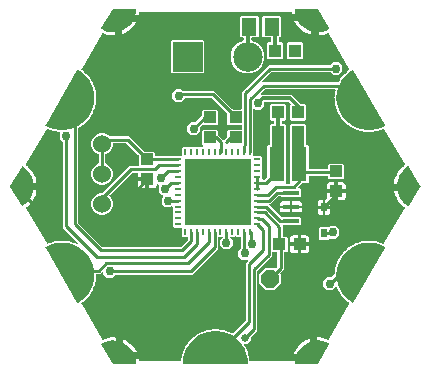
<source format=gbr>
G04 EAGLE Gerber RS-274X export*
G75*
%MOMM*%
%FSLAX34Y34*%
%LPD*%
%INBottom Copper*%
%IPPOS*%
%AMOC8*
5,1,8,0,0,1.08239X$1,22.5*%
G01*
%ADD10C,1.000000*%
%ADD11R,2.500000X2.500000*%
%ADD12C,2.500000*%
%ADD13R,1.300000X1.500000*%
%ADD14R,1.000000X1.100000*%
%ADD15R,1.100000X1.000000*%
%ADD16R,1.399997X0.400000*%
%ADD17R,0.550000X0.254000*%
%ADD18R,0.254000X0.550000*%
%ADD19R,5.600000X5.600000*%
%ADD20P,1.649562X8X112.500000*%
%ADD21C,1.524000*%
%ADD22R,0.500000X0.800000*%
%ADD23C,0.756400*%
%ADD24C,0.254000*%
%ADD25C,0.609600*%
%ADD26C,0.304800*%
%ADD27C,0.656400*%
%ADD28C,0.355600*%
%ADD29C,0.177800*%

G36*
X-29003Y99355D02*
X-29003Y99355D01*
X-28912Y99363D01*
X-28882Y99375D01*
X-28850Y99380D01*
X-28769Y99423D01*
X-28685Y99459D01*
X-28653Y99485D01*
X-28632Y99496D01*
X-28610Y99519D01*
X-28554Y99564D01*
X-22651Y105467D01*
X-22598Y105541D01*
X-22538Y105611D01*
X-22526Y105641D01*
X-22507Y105667D01*
X-22480Y105754D01*
X-22446Y105839D01*
X-22442Y105880D01*
X-22435Y105902D01*
X-22436Y105934D01*
X-22428Y106006D01*
X-22428Y107214D01*
X-22431Y107234D01*
X-22429Y107253D01*
X-22451Y107355D01*
X-22467Y107457D01*
X-22477Y107474D01*
X-22481Y107494D01*
X-22534Y107583D01*
X-22583Y107674D01*
X-22597Y107688D01*
X-22607Y107705D01*
X-22686Y107772D01*
X-22761Y107844D01*
X-22779Y107852D01*
X-22794Y107865D01*
X-22890Y107904D01*
X-22984Y107947D01*
X-23004Y107949D01*
X-23022Y107957D01*
X-23189Y107975D01*
X-26869Y107975D01*
X-27762Y108868D01*
X-27762Y114987D01*
X-27765Y115007D01*
X-27763Y115026D01*
X-27785Y115127D01*
X-27801Y115230D01*
X-27811Y115247D01*
X-27815Y115267D01*
X-27868Y115356D01*
X-27917Y115447D01*
X-27931Y115461D01*
X-27941Y115478D01*
X-28020Y115545D01*
X-28095Y115617D01*
X-28113Y115625D01*
X-28128Y115638D01*
X-28224Y115677D01*
X-28318Y115720D01*
X-28338Y115722D01*
X-28356Y115730D01*
X-28523Y115748D01*
X-34642Y115748D01*
X-35535Y116641D01*
X-35535Y120445D01*
X-35474Y120505D01*
X-35462Y120521D01*
X-35447Y120534D01*
X-35391Y120621D01*
X-35331Y120705D01*
X-35325Y120724D01*
X-35314Y120741D01*
X-35289Y120841D01*
X-35258Y120940D01*
X-35259Y120960D01*
X-35254Y120979D01*
X-35262Y121082D01*
X-35265Y121186D01*
X-35271Y121205D01*
X-35273Y121224D01*
X-35313Y121320D01*
X-35349Y121417D01*
X-35361Y121433D01*
X-35369Y121451D01*
X-35474Y121582D01*
X-35535Y121642D01*
X-35535Y125446D01*
X-35474Y125507D01*
X-35462Y125523D01*
X-35446Y125535D01*
X-35390Y125622D01*
X-35330Y125706D01*
X-35324Y125725D01*
X-35313Y125742D01*
X-35288Y125843D01*
X-35258Y125941D01*
X-35258Y125961D01*
X-35253Y125981D01*
X-35261Y126084D01*
X-35264Y126187D01*
X-35271Y126206D01*
X-35272Y126226D01*
X-35313Y126321D01*
X-35348Y126418D01*
X-35361Y126434D01*
X-35369Y126452D01*
X-35474Y126583D01*
X-35535Y126644D01*
X-35535Y130448D01*
X-35474Y130508D01*
X-35462Y130524D01*
X-35447Y130537D01*
X-35391Y130624D01*
X-35331Y130708D01*
X-35325Y130727D01*
X-35314Y130744D01*
X-35289Y130844D01*
X-35258Y130943D01*
X-35259Y130963D01*
X-35254Y130982D01*
X-35262Y131085D01*
X-35265Y131189D01*
X-35271Y131208D01*
X-35273Y131227D01*
X-35313Y131323D01*
X-35349Y131420D01*
X-35361Y131436D01*
X-35369Y131454D01*
X-35474Y131585D01*
X-35535Y131645D01*
X-35535Y132923D01*
X-35546Y132993D01*
X-35548Y133065D01*
X-35566Y133114D01*
X-35574Y133165D01*
X-35608Y133229D01*
X-35633Y133296D01*
X-35665Y133337D01*
X-35690Y133383D01*
X-35742Y133432D01*
X-35786Y133488D01*
X-35830Y133516D01*
X-35868Y133552D01*
X-35933Y133582D01*
X-35993Y133621D01*
X-36044Y133634D01*
X-36091Y133656D01*
X-36162Y133664D01*
X-36232Y133681D01*
X-36284Y133677D01*
X-36335Y133683D01*
X-36406Y133668D01*
X-36477Y133662D01*
X-36525Y133642D01*
X-36576Y133631D01*
X-36637Y133594D01*
X-36703Y133566D01*
X-36759Y133521D01*
X-36787Y133504D01*
X-36802Y133487D01*
X-36834Y133461D01*
X-37377Y132918D01*
X-41773Y132918D01*
X-44882Y136027D01*
X-44882Y140423D01*
X-43526Y141779D01*
X-43484Y141837D01*
X-43435Y141889D01*
X-43413Y141936D01*
X-43383Y141979D01*
X-43361Y142047D01*
X-43331Y142112D01*
X-43325Y142164D01*
X-43310Y142214D01*
X-43312Y142285D01*
X-43304Y142357D01*
X-43315Y142407D01*
X-43317Y142459D01*
X-43341Y142527D01*
X-43356Y142597D01*
X-43383Y142642D01*
X-43401Y142691D01*
X-43446Y142747D01*
X-43483Y142808D01*
X-43522Y142842D01*
X-43555Y142883D01*
X-43615Y142921D01*
X-43669Y142968D01*
X-43718Y142987D01*
X-43762Y143016D01*
X-43831Y143033D01*
X-43898Y143060D01*
X-43969Y143068D01*
X-44000Y143076D01*
X-44023Y143074D01*
X-44064Y143078D01*
X-44313Y143078D01*
X-47422Y146187D01*
X-47422Y150583D01*
X-47131Y150874D01*
X-47089Y150932D01*
X-47040Y150984D01*
X-47018Y151031D01*
X-46988Y151073D01*
X-46966Y151142D01*
X-46936Y151207D01*
X-46931Y151259D01*
X-46915Y151309D01*
X-46917Y151380D01*
X-46909Y151451D01*
X-46920Y151502D01*
X-46922Y151554D01*
X-46946Y151622D01*
X-46961Y151692D01*
X-46988Y151737D01*
X-47006Y151785D01*
X-47051Y151841D01*
X-47088Y151903D01*
X-47127Y151937D01*
X-47160Y151977D01*
X-47220Y152016D01*
X-47275Y152063D01*
X-47323Y152082D01*
X-47367Y152110D01*
X-47436Y152128D01*
X-47503Y152155D01*
X-47574Y152163D01*
X-47605Y152171D01*
X-47628Y152169D01*
X-47669Y152173D01*
X-47957Y152173D01*
X-47967Y152178D01*
X-48009Y152208D01*
X-48078Y152230D01*
X-48143Y152260D01*
X-48195Y152265D01*
X-48244Y152281D01*
X-48316Y152279D01*
X-48387Y152287D01*
X-48438Y152276D01*
X-48490Y152274D01*
X-48558Y152250D01*
X-48628Y152235D01*
X-48673Y152208D01*
X-48721Y152190D01*
X-48777Y152145D01*
X-48839Y152108D01*
X-48873Y152069D01*
X-48913Y152036D01*
X-48952Y151976D01*
X-48999Y151921D01*
X-49018Y151873D01*
X-49046Y151829D01*
X-49064Y151760D01*
X-49091Y151693D01*
X-49099Y151622D01*
X-49107Y151591D01*
X-49105Y151568D01*
X-49109Y151527D01*
X-49109Y151266D01*
X-49282Y150619D01*
X-49617Y150040D01*
X-50090Y149567D01*
X-50669Y149232D01*
X-51316Y149059D01*
X-55627Y149059D01*
X-55627Y155838D01*
X-55630Y155858D01*
X-55628Y155877D01*
X-55650Y155979D01*
X-55667Y156081D01*
X-55676Y156098D01*
X-55680Y156118D01*
X-55733Y156207D01*
X-55782Y156298D01*
X-55796Y156312D01*
X-55806Y156329D01*
X-55885Y156396D01*
X-55960Y156467D01*
X-55978Y156476D01*
X-55993Y156489D01*
X-56089Y156528D01*
X-56183Y156571D01*
X-56203Y156573D01*
X-56221Y156581D01*
X-56388Y156599D01*
X-57151Y156599D01*
X-57151Y157362D01*
X-57154Y157382D01*
X-57152Y157401D01*
X-57174Y157503D01*
X-57191Y157605D01*
X-57200Y157622D01*
X-57204Y157642D01*
X-57257Y157731D01*
X-57306Y157822D01*
X-57320Y157836D01*
X-57330Y157853D01*
X-57409Y157920D01*
X-57484Y157991D01*
X-57502Y158000D01*
X-57517Y158013D01*
X-57613Y158052D01*
X-57707Y158095D01*
X-57727Y158097D01*
X-57745Y158105D01*
X-57912Y158123D01*
X-65191Y158123D01*
X-65191Y161544D01*
X-65194Y161564D01*
X-65192Y161583D01*
X-65214Y161685D01*
X-65230Y161787D01*
X-65240Y161804D01*
X-65244Y161824D01*
X-65297Y161913D01*
X-65346Y162004D01*
X-65360Y162018D01*
X-65370Y162035D01*
X-65449Y162102D01*
X-65524Y162174D01*
X-65542Y162182D01*
X-65557Y162195D01*
X-65653Y162234D01*
X-65747Y162277D01*
X-65767Y162279D01*
X-65785Y162287D01*
X-65952Y162305D01*
X-69647Y162305D01*
X-69737Y162291D01*
X-69828Y162283D01*
X-69858Y162271D01*
X-69890Y162266D01*
X-69970Y162223D01*
X-70054Y162187D01*
X-70086Y162161D01*
X-70107Y162150D01*
X-70129Y162127D01*
X-70185Y162082D01*
X-88809Y143458D01*
X-88821Y143442D01*
X-88836Y143430D01*
X-88893Y143342D01*
X-88953Y143259D01*
X-88959Y143240D01*
X-88969Y143223D01*
X-88995Y143122D01*
X-89025Y143024D01*
X-89025Y143004D01*
X-89029Y142984D01*
X-89021Y142881D01*
X-89019Y142778D01*
X-89012Y142759D01*
X-89010Y142739D01*
X-88970Y142644D01*
X-88934Y142547D01*
X-88922Y142531D01*
X-88914Y142513D01*
X-88809Y142382D01*
X-87497Y141070D01*
X-86105Y137709D01*
X-86105Y134071D01*
X-87497Y130710D01*
X-90070Y128137D01*
X-93431Y126745D01*
X-97069Y126745D01*
X-100430Y128137D01*
X-103003Y130710D01*
X-104395Y134071D01*
X-104395Y137709D01*
X-103003Y141070D01*
X-100430Y143643D01*
X-97069Y145035D01*
X-95453Y145035D01*
X-95363Y145049D01*
X-95272Y145057D01*
X-95242Y145069D01*
X-95210Y145074D01*
X-95130Y145117D01*
X-95046Y145153D01*
X-95014Y145179D01*
X-94993Y145190D01*
X-94971Y145213D01*
X-94915Y145258D01*
X-72278Y167895D01*
X-64936Y167895D01*
X-64916Y167898D01*
X-64897Y167896D01*
X-64795Y167918D01*
X-64693Y167934D01*
X-64676Y167944D01*
X-64656Y167948D01*
X-64567Y168001D01*
X-64476Y168050D01*
X-64462Y168064D01*
X-64445Y168074D01*
X-64378Y168153D01*
X-64306Y168228D01*
X-64298Y168246D01*
X-64285Y168261D01*
X-64246Y168357D01*
X-64203Y168451D01*
X-64201Y168471D01*
X-64193Y168489D01*
X-64175Y168656D01*
X-64175Y176357D01*
X-64189Y176447D01*
X-64197Y176538D01*
X-64209Y176568D01*
X-64214Y176600D01*
X-64257Y176680D01*
X-64293Y176764D01*
X-64319Y176796D01*
X-64330Y176817D01*
X-64353Y176839D01*
X-64398Y176895D01*
X-74595Y187092D01*
X-74669Y187145D01*
X-74738Y187205D01*
X-74768Y187217D01*
X-74794Y187236D01*
X-74881Y187263D01*
X-74966Y187297D01*
X-75007Y187301D01*
X-75029Y187308D01*
X-75062Y187307D01*
X-75133Y187315D01*
X-85344Y187315D01*
X-85364Y187312D01*
X-85383Y187314D01*
X-85485Y187292D01*
X-85587Y187276D01*
X-85604Y187266D01*
X-85624Y187262D01*
X-85713Y187209D01*
X-85804Y187160D01*
X-85818Y187146D01*
X-85835Y187136D01*
X-85902Y187057D01*
X-85974Y186982D01*
X-85982Y186964D01*
X-85995Y186949D01*
X-86034Y186853D01*
X-86077Y186759D01*
X-86079Y186739D01*
X-86087Y186721D01*
X-86105Y186554D01*
X-86105Y184871D01*
X-87497Y181510D01*
X-90070Y178937D01*
X-91985Y178144D01*
X-92085Y178082D01*
X-92185Y178023D01*
X-92189Y178018D01*
X-92194Y178015D01*
X-92269Y177924D01*
X-92345Y177836D01*
X-92347Y177830D01*
X-92351Y177825D01*
X-92393Y177717D01*
X-92437Y177608D01*
X-92438Y177600D01*
X-92439Y177595D01*
X-92440Y177577D01*
X-92455Y177441D01*
X-92455Y170539D01*
X-92436Y170424D01*
X-92419Y170308D01*
X-92417Y170303D01*
X-92416Y170296D01*
X-92361Y170194D01*
X-92308Y170089D01*
X-92303Y170085D01*
X-92300Y170079D01*
X-92216Y169999D01*
X-92132Y169917D01*
X-92126Y169913D01*
X-92122Y169910D01*
X-92105Y169902D01*
X-91985Y169836D01*
X-90070Y169043D01*
X-87497Y166470D01*
X-86105Y163109D01*
X-86105Y159471D01*
X-87497Y156110D01*
X-90070Y153537D01*
X-93431Y152145D01*
X-97069Y152145D01*
X-100430Y153537D01*
X-103003Y156110D01*
X-104395Y159471D01*
X-104395Y163109D01*
X-103003Y166470D01*
X-100430Y169043D01*
X-98515Y169836D01*
X-98415Y169898D01*
X-98315Y169957D01*
X-98311Y169962D01*
X-98306Y169965D01*
X-98231Y170056D01*
X-98155Y170144D01*
X-98153Y170150D01*
X-98149Y170155D01*
X-98107Y170263D01*
X-98063Y170372D01*
X-98062Y170380D01*
X-98061Y170385D01*
X-98060Y170403D01*
X-98045Y170539D01*
X-98045Y177441D01*
X-98064Y177555D01*
X-98081Y177672D01*
X-98083Y177677D01*
X-98084Y177684D01*
X-98139Y177786D01*
X-98192Y177891D01*
X-98197Y177895D01*
X-98200Y177901D01*
X-98284Y177981D01*
X-98368Y178063D01*
X-98374Y178067D01*
X-98378Y178070D01*
X-98395Y178078D01*
X-98515Y178144D01*
X-100430Y178937D01*
X-103003Y181510D01*
X-104395Y184871D01*
X-104395Y188509D01*
X-103003Y191870D01*
X-100430Y194443D01*
X-97069Y195835D01*
X-93431Y195835D01*
X-90070Y194443D01*
X-88755Y193128D01*
X-88681Y193075D01*
X-88612Y193015D01*
X-88582Y193003D01*
X-88555Y192984D01*
X-88468Y192957D01*
X-88384Y192923D01*
X-88343Y192919D01*
X-88320Y192912D01*
X-88288Y192913D01*
X-88217Y192905D01*
X-72502Y192905D01*
X-59945Y180348D01*
X-59871Y180295D01*
X-59802Y180235D01*
X-59772Y180223D01*
X-59746Y180204D01*
X-59659Y180177D01*
X-59574Y180143D01*
X-59533Y180139D01*
X-59511Y180132D01*
X-59478Y180133D01*
X-59407Y180125D01*
X-51018Y180125D01*
X-50125Y179232D01*
X-50125Y177156D01*
X-50122Y177136D01*
X-50124Y177117D01*
X-50102Y177015D01*
X-50086Y176913D01*
X-50076Y176896D01*
X-50072Y176876D01*
X-50019Y176787D01*
X-49970Y176696D01*
X-49956Y176682D01*
X-49946Y176665D01*
X-49867Y176598D01*
X-49792Y176526D01*
X-49774Y176518D01*
X-49759Y176505D01*
X-49663Y176466D01*
X-49569Y176423D01*
X-49549Y176421D01*
X-49531Y176413D01*
X-49364Y176395D01*
X-30015Y176395D01*
X-29954Y176370D01*
X-29913Y176366D01*
X-29891Y176359D01*
X-29858Y176360D01*
X-29787Y176352D01*
X-28523Y176352D01*
X-28503Y176355D01*
X-28484Y176353D01*
X-28382Y176375D01*
X-28280Y176391D01*
X-28263Y176401D01*
X-28243Y176405D01*
X-28154Y176458D01*
X-28063Y176507D01*
X-28049Y176521D01*
X-28032Y176531D01*
X-27965Y176610D01*
X-27893Y176685D01*
X-27885Y176703D01*
X-27872Y176718D01*
X-27833Y176814D01*
X-27790Y176908D01*
X-27788Y176928D01*
X-27780Y176946D01*
X-27762Y177113D01*
X-27762Y183232D01*
X-26869Y184125D01*
X-23065Y184125D01*
X-23005Y184064D01*
X-22989Y184052D01*
X-22976Y184037D01*
X-22889Y183981D01*
X-22805Y183921D01*
X-22786Y183915D01*
X-22769Y183904D01*
X-22669Y183879D01*
X-22570Y183848D01*
X-22550Y183849D01*
X-22531Y183844D01*
X-22428Y183852D01*
X-22324Y183855D01*
X-22305Y183861D01*
X-22286Y183863D01*
X-22190Y183903D01*
X-22093Y183939D01*
X-22077Y183951D01*
X-22059Y183959D01*
X-21928Y184064D01*
X-21868Y184125D01*
X-18064Y184125D01*
X-18003Y184064D01*
X-17987Y184052D01*
X-17975Y184036D01*
X-17888Y183980D01*
X-17804Y183920D01*
X-17785Y183914D01*
X-17768Y183903D01*
X-17667Y183878D01*
X-17569Y183848D01*
X-17549Y183848D01*
X-17529Y183843D01*
X-17426Y183851D01*
X-17323Y183854D01*
X-17304Y183861D01*
X-17284Y183862D01*
X-17189Y183903D01*
X-17092Y183938D01*
X-17076Y183951D01*
X-17058Y183959D01*
X-16927Y184064D01*
X-16866Y184125D01*
X-13062Y184125D01*
X-13002Y184064D01*
X-12986Y184052D01*
X-12973Y184037D01*
X-12886Y183981D01*
X-12802Y183921D01*
X-12783Y183915D01*
X-12766Y183904D01*
X-12666Y183879D01*
X-12567Y183848D01*
X-12547Y183849D01*
X-12528Y183844D01*
X-12425Y183852D01*
X-12321Y183855D01*
X-12302Y183861D01*
X-12283Y183863D01*
X-12187Y183903D01*
X-12090Y183939D01*
X-12074Y183951D01*
X-12056Y183959D01*
X-11925Y184064D01*
X-11865Y184125D01*
X-10269Y184125D01*
X-10198Y184136D01*
X-10126Y184138D01*
X-10077Y184156D01*
X-10026Y184164D01*
X-9963Y184198D01*
X-9895Y184223D01*
X-9855Y184255D01*
X-9809Y184280D01*
X-9759Y184332D01*
X-9703Y184376D01*
X-9675Y184420D01*
X-9639Y184458D01*
X-9609Y184523D01*
X-9570Y184583D01*
X-9558Y184634D01*
X-9536Y184681D01*
X-9528Y184752D01*
X-9510Y184822D01*
X-9514Y184874D01*
X-9509Y184925D01*
X-9524Y184996D01*
X-9529Y185067D01*
X-9550Y185115D01*
X-9561Y185166D01*
X-9598Y185227D01*
X-9626Y185293D01*
X-9671Y185349D01*
X-9687Y185377D01*
X-9705Y185392D01*
X-9731Y185424D01*
X-10835Y186528D01*
X-10835Y197792D01*
X-9942Y198685D01*
X2322Y198685D01*
X3215Y197792D01*
X3215Y194093D01*
X3229Y194003D01*
X3237Y193912D01*
X3249Y193882D01*
X3254Y193850D01*
X3297Y193770D01*
X3333Y193686D01*
X3359Y193654D01*
X3370Y193633D01*
X3393Y193611D01*
X3438Y193555D01*
X7082Y189911D01*
X7098Y189899D01*
X7110Y189883D01*
X7198Y189827D01*
X7281Y189767D01*
X7300Y189761D01*
X7317Y189750D01*
X7418Y189725D01*
X7517Y189695D01*
X7536Y189695D01*
X7556Y189690D01*
X7659Y189698D01*
X7762Y189701D01*
X7781Y189708D01*
X7801Y189710D01*
X7896Y189750D01*
X7993Y189786D01*
X8009Y189798D01*
X8027Y189806D01*
X8158Y189911D01*
X10532Y192285D01*
X10585Y192359D01*
X10645Y192428D01*
X10657Y192458D01*
X10676Y192484D01*
X10703Y192572D01*
X10737Y192656D01*
X10741Y192697D01*
X10748Y192719D01*
X10747Y192752D01*
X10755Y192823D01*
X10755Y197792D01*
X11648Y198685D01*
X22518Y198685D01*
X22538Y198688D01*
X22557Y198686D01*
X22659Y198708D01*
X22761Y198724D01*
X22778Y198734D01*
X22798Y198738D01*
X22887Y198791D01*
X22978Y198840D01*
X22992Y198854D01*
X23009Y198864D01*
X23076Y198943D01*
X23148Y199018D01*
X23156Y199036D01*
X23169Y199051D01*
X23208Y199147D01*
X23251Y199241D01*
X23253Y199261D01*
X23261Y199279D01*
X23279Y199446D01*
X23279Y201874D01*
X23276Y201894D01*
X23278Y201913D01*
X23256Y202015D01*
X23240Y202117D01*
X23230Y202134D01*
X23226Y202154D01*
X23173Y202243D01*
X23124Y202334D01*
X23110Y202348D01*
X23100Y202365D01*
X23021Y202432D01*
X22946Y202504D01*
X22928Y202512D01*
X22913Y202525D01*
X22817Y202564D01*
X22723Y202607D01*
X22703Y202609D01*
X22685Y202617D01*
X22518Y202635D01*
X11648Y202635D01*
X10755Y203528D01*
X10755Y211917D01*
X10741Y212007D01*
X10733Y212098D01*
X10721Y212128D01*
X10716Y212160D01*
X10673Y212240D01*
X10637Y212324D01*
X10611Y212356D01*
X10600Y212377D01*
X10577Y212399D01*
X10532Y212455D01*
X-2595Y225582D01*
X-2669Y225635D01*
X-2738Y225695D01*
X-2768Y225707D01*
X-2794Y225726D01*
X-2881Y225753D01*
X-2966Y225787D01*
X-3007Y225791D01*
X-3029Y225798D01*
X-3062Y225797D01*
X-3133Y225805D01*
X-24412Y225805D01*
X-24432Y225802D01*
X-24451Y225804D01*
X-24553Y225782D01*
X-24655Y225766D01*
X-24672Y225756D01*
X-24692Y225752D01*
X-24781Y225699D01*
X-24872Y225650D01*
X-24886Y225636D01*
X-24903Y225626D01*
X-24970Y225547D01*
X-25042Y225472D01*
X-25050Y225454D01*
X-25063Y225439D01*
X-25102Y225343D01*
X-25145Y225249D01*
X-25147Y225229D01*
X-25155Y225211D01*
X-25162Y225143D01*
X-28282Y222023D01*
X-32678Y222023D01*
X-35787Y225132D01*
X-35787Y229528D01*
X-32678Y232637D01*
X-28282Y232637D01*
X-27263Y231618D01*
X-27189Y231565D01*
X-27119Y231505D01*
X-27089Y231493D01*
X-27063Y231474D01*
X-26976Y231447D01*
X-26891Y231413D01*
X-26850Y231409D01*
X-26828Y231402D01*
X-26796Y231403D01*
X-26725Y231395D01*
X-502Y231395D01*
X1358Y229535D01*
X14985Y215908D01*
X15059Y215855D01*
X15128Y215795D01*
X15158Y215783D01*
X15184Y215764D01*
X15271Y215737D01*
X15356Y215703D01*
X15397Y215699D01*
X15419Y215692D01*
X15452Y215693D01*
X15523Y215685D01*
X22518Y215685D01*
X22538Y215688D01*
X22557Y215686D01*
X22659Y215708D01*
X22761Y215724D01*
X22778Y215734D01*
X22798Y215738D01*
X22887Y215791D01*
X22978Y215840D01*
X22992Y215854D01*
X23009Y215864D01*
X23076Y215943D01*
X23148Y216018D01*
X23156Y216036D01*
X23169Y216051D01*
X23208Y216147D01*
X23251Y216241D01*
X23253Y216261D01*
X23261Y216279D01*
X23279Y216446D01*
X23279Y230432D01*
X25139Y232292D01*
X43972Y251125D01*
X45832Y252985D01*
X97845Y252985D01*
X97935Y252999D01*
X98026Y253007D01*
X98055Y253019D01*
X98087Y253024D01*
X98168Y253067D01*
X98252Y253103D01*
X98284Y253129D01*
X98305Y253140D01*
X98327Y253163D01*
X98383Y253208D01*
X100672Y255497D01*
X105068Y255497D01*
X108177Y252388D01*
X108177Y247992D01*
X105068Y244883D01*
X100672Y244883D01*
X98383Y247172D01*
X98309Y247225D01*
X98239Y247285D01*
X98209Y247297D01*
X98183Y247316D01*
X98096Y247343D01*
X98011Y247377D01*
X97970Y247381D01*
X97948Y247388D01*
X97916Y247387D01*
X97845Y247395D01*
X48463Y247395D01*
X48373Y247381D01*
X48282Y247373D01*
X48252Y247361D01*
X48220Y247356D01*
X48139Y247313D01*
X48056Y247277D01*
X48023Y247251D01*
X48003Y247240D01*
X47981Y247217D01*
X47925Y247172D01*
X40679Y239926D01*
X40637Y239868D01*
X40587Y239816D01*
X40565Y239769D01*
X40535Y239726D01*
X40514Y239658D01*
X40484Y239593D01*
X40478Y239541D01*
X40463Y239491D01*
X40465Y239420D01*
X40457Y239348D01*
X40468Y239298D01*
X40469Y239245D01*
X40494Y239178D01*
X40509Y239108D01*
X40536Y239063D01*
X40553Y239014D01*
X40598Y238958D01*
X40635Y238897D01*
X40675Y238863D01*
X40707Y238822D01*
X40767Y238784D01*
X40822Y238737D01*
X40870Y238718D01*
X40914Y238689D01*
X40984Y238672D01*
X41050Y238645D01*
X41121Y238637D01*
X41153Y238629D01*
X41176Y238631D01*
X41217Y238627D01*
X104133Y238627D01*
X104134Y238627D01*
X104135Y238627D01*
X104255Y238647D01*
X104376Y238666D01*
X104376Y238667D01*
X104377Y238667D01*
X104486Y238725D01*
X104593Y238781D01*
X104594Y238782D01*
X104631Y238821D01*
X104677Y238841D01*
X104706Y238860D01*
X104738Y238871D01*
X104809Y238926D01*
X104883Y238974D01*
X104905Y239001D01*
X104932Y239023D01*
X105032Y239158D01*
X106134Y241066D01*
X106147Y241099D01*
X106166Y241128D01*
X106190Y241213D01*
X106221Y241296D01*
X106223Y241331D01*
X106232Y241365D01*
X106232Y241444D01*
X106633Y241947D01*
X106646Y241970D01*
X106663Y241988D01*
X106672Y242006D01*
X106697Y242041D01*
X107018Y242595D01*
X107080Y242631D01*
X107161Y242667D01*
X107187Y242691D01*
X107217Y242708D01*
X107335Y242827D01*
X108710Y244550D01*
X108727Y244580D01*
X108751Y244605D01*
X108787Y244686D01*
X108830Y244764D01*
X108837Y244798D01*
X108851Y244830D01*
X108863Y244908D01*
X109335Y245346D01*
X109355Y245372D01*
X109412Y245429D01*
X109812Y245930D01*
X109878Y245955D01*
X109964Y245979D01*
X109993Y245999D01*
X110025Y246011D01*
X110160Y246111D01*
X111776Y247610D01*
X111798Y247637D01*
X111825Y247659D01*
X111873Y247734D01*
X111927Y247804D01*
X111939Y247837D01*
X111957Y247866D01*
X111981Y247942D01*
X112513Y248304D01*
X112537Y248327D01*
X112602Y248375D01*
X113071Y248811D01*
X113141Y248826D01*
X113229Y248837D01*
X113261Y248852D01*
X113295Y248859D01*
X113443Y248938D01*
X113898Y249248D01*
X113981Y249327D01*
X114066Y249404D01*
X114070Y249412D01*
X114076Y249418D01*
X114130Y249519D01*
X114185Y249619D01*
X114187Y249628D01*
X114191Y249635D01*
X114209Y249748D01*
X114230Y249861D01*
X114229Y249869D01*
X114231Y249878D01*
X114212Y249991D01*
X114196Y250104D01*
X114192Y250114D01*
X114191Y250121D01*
X114180Y250141D01*
X114129Y250258D01*
X96967Y279984D01*
X96908Y280056D01*
X96855Y280133D01*
X96830Y280151D01*
X96811Y280175D01*
X96732Y280224D01*
X96658Y280280D01*
X96629Y280289D01*
X96602Y280306D01*
X96512Y280327D01*
X96424Y280356D01*
X96393Y280356D01*
X96363Y280363D01*
X96271Y280355D01*
X96178Y280354D01*
X96141Y280343D01*
X96118Y280341D01*
X96089Y280328D01*
X96017Y280307D01*
X94454Y279662D01*
X91661Y278918D01*
X88794Y278544D01*
X85903Y278547D01*
X84885Y278682D01*
X84885Y281254D01*
X84960Y281238D01*
X84994Y281238D01*
X85040Y281229D01*
X88097Y281102D01*
X88131Y281107D01*
X88178Y281105D01*
X91216Y281470D01*
X91248Y281481D01*
X91294Y281486D01*
X94234Y282334D01*
X94264Y282350D01*
X94310Y282362D01*
X97076Y283671D01*
X97098Y283688D01*
X97125Y283698D01*
X97177Y283747D01*
X97235Y283790D01*
X97249Y283815D01*
X97270Y283834D01*
X97299Y283900D01*
X97335Y283962D01*
X97338Y283990D01*
X97350Y284016D01*
X97351Y284088D01*
X97360Y284159D01*
X97352Y284186D01*
X97353Y284215D01*
X97317Y284310D01*
X97306Y284350D01*
X97299Y284359D01*
X97295Y284371D01*
X87795Y300871D01*
X87743Y300930D01*
X87697Y300992D01*
X87678Y301003D01*
X87663Y301020D01*
X87593Y301054D01*
X87526Y301094D01*
X87502Y301098D01*
X87484Y301106D01*
X87439Y301108D01*
X87362Y301121D01*
X68362Y301121D01*
X68334Y301116D01*
X68306Y301118D01*
X68238Y301096D01*
X68167Y301082D01*
X68144Y301066D01*
X68117Y301057D01*
X68062Y301010D01*
X68003Y300969D01*
X67988Y300945D01*
X67967Y300927D01*
X67935Y300862D01*
X67896Y300802D01*
X67891Y300774D01*
X67879Y300748D01*
X67870Y300647D01*
X67863Y300605D01*
X67865Y300595D01*
X67864Y300582D01*
X68107Y297532D01*
X68116Y297500D01*
X68120Y297453D01*
X68661Y295245D01*
X65978Y295245D01*
X65693Y296314D01*
X65479Y297958D01*
X65452Y298048D01*
X65432Y298140D01*
X65417Y298165D01*
X65408Y298194D01*
X65354Y298270D01*
X65306Y298351D01*
X65283Y298370D01*
X65266Y298395D01*
X65190Y298450D01*
X65119Y298511D01*
X65091Y298522D01*
X65067Y298540D01*
X64978Y298568D01*
X64891Y298603D01*
X64853Y298607D01*
X64832Y298613D01*
X64800Y298613D01*
X64724Y298621D01*
X-63200Y298621D01*
X-63293Y298606D01*
X-63386Y298598D01*
X-63413Y298586D01*
X-63443Y298582D01*
X-63526Y298538D01*
X-63612Y298500D01*
X-63634Y298480D01*
X-63660Y298466D01*
X-63725Y298399D01*
X-63794Y298336D01*
X-63809Y298310D01*
X-63830Y298288D01*
X-63869Y298203D01*
X-63915Y298121D01*
X-63924Y298085D01*
X-63933Y298065D01*
X-63937Y298032D01*
X-63955Y297958D01*
X-64169Y296314D01*
X-64454Y295245D01*
X-67137Y295245D01*
X-66596Y297453D01*
X-66594Y297487D01*
X-66583Y297532D01*
X-66340Y300582D01*
X-66344Y300611D01*
X-66339Y300639D01*
X-66356Y300708D01*
X-66364Y300780D01*
X-66379Y300804D01*
X-66385Y300832D01*
X-66428Y300890D01*
X-66464Y300952D01*
X-66486Y300969D01*
X-66503Y300992D01*
X-66565Y301029D01*
X-66622Y301072D01*
X-66650Y301079D01*
X-66674Y301094D01*
X-66774Y301110D01*
X-66815Y301121D01*
X-66825Y301119D01*
X-66838Y301121D01*
X-85838Y301121D01*
X-85914Y301106D01*
X-85992Y301097D01*
X-86011Y301086D01*
X-86033Y301082D01*
X-86097Y301038D01*
X-86165Y300999D01*
X-86181Y300980D01*
X-86197Y300969D01*
X-86221Y300931D01*
X-86271Y300871D01*
X-95771Y284371D01*
X-95780Y284344D01*
X-95796Y284320D01*
X-95811Y284250D01*
X-95834Y284182D01*
X-95831Y284154D01*
X-95837Y284126D01*
X-95824Y284056D01*
X-95818Y283984D01*
X-95805Y283959D01*
X-95799Y283931D01*
X-95759Y283871D01*
X-95726Y283808D01*
X-95704Y283790D01*
X-95688Y283766D01*
X-95605Y283708D01*
X-95573Y283681D01*
X-95562Y283678D01*
X-95552Y283671D01*
X-92786Y282362D01*
X-92753Y282354D01*
X-92710Y282334D01*
X-89770Y281486D01*
X-89736Y281483D01*
X-89692Y281470D01*
X-86654Y281105D01*
X-86620Y281108D01*
X-86573Y281102D01*
X-83516Y281229D01*
X-83483Y281237D01*
X-83436Y281238D01*
X-83361Y281254D01*
X-83361Y278682D01*
X-84379Y278547D01*
X-87270Y278544D01*
X-90137Y278917D01*
X-92930Y279662D01*
X-94493Y280307D01*
X-94583Y280329D01*
X-94672Y280357D01*
X-94702Y280356D01*
X-94732Y280363D01*
X-94825Y280355D01*
X-94918Y280353D01*
X-94947Y280343D01*
X-94977Y280340D01*
X-95062Y280302D01*
X-95149Y280271D01*
X-95174Y280252D01*
X-95202Y280240D01*
X-95270Y280177D01*
X-95343Y280120D01*
X-95366Y280088D01*
X-95383Y280073D01*
X-95398Y280045D01*
X-95443Y279984D01*
X-112605Y250258D01*
X-112645Y250150D01*
X-112688Y250045D01*
X-112689Y250036D01*
X-112692Y250028D01*
X-112696Y249914D01*
X-112703Y249799D01*
X-112700Y249791D01*
X-112701Y249782D01*
X-112668Y249672D01*
X-112638Y249562D01*
X-112633Y249555D01*
X-112631Y249546D01*
X-112565Y249452D01*
X-112501Y249357D01*
X-112493Y249351D01*
X-112489Y249345D01*
X-112471Y249331D01*
X-112374Y249248D01*
X-111919Y248938D01*
X-111887Y248923D01*
X-111860Y248902D01*
X-111777Y248872D01*
X-111696Y248834D01*
X-111661Y248830D01*
X-111629Y248819D01*
X-111550Y248813D01*
X-111078Y248375D01*
X-111050Y248357D01*
X-110989Y248304D01*
X-110459Y247944D01*
X-110429Y247879D01*
X-110398Y247795D01*
X-110377Y247768D01*
X-110362Y247737D01*
X-110252Y247610D01*
X-108636Y246111D01*
X-108607Y246092D01*
X-108583Y246067D01*
X-108505Y246025D01*
X-108431Y245975D01*
X-108397Y245966D01*
X-108367Y245950D01*
X-108290Y245932D01*
X-107888Y245429D01*
X-107864Y245407D01*
X-107811Y245346D01*
X-107341Y244910D01*
X-107321Y244842D01*
X-107303Y244755D01*
X-107286Y244725D01*
X-107276Y244691D01*
X-107186Y244550D01*
X-105811Y242827D01*
X-105786Y242803D01*
X-105766Y242775D01*
X-105695Y242721D01*
X-105629Y242662D01*
X-105597Y242648D01*
X-105569Y242627D01*
X-105495Y242598D01*
X-105173Y242041D01*
X-105152Y242015D01*
X-105109Y241947D01*
X-104710Y241446D01*
X-104700Y241376D01*
X-104695Y241287D01*
X-104683Y241254D01*
X-104678Y241220D01*
X-104610Y241066D01*
X-103508Y239158D01*
X-103486Y239131D01*
X-103470Y239100D01*
X-103408Y239037D01*
X-103352Y238968D01*
X-103322Y238949D01*
X-103298Y238924D01*
X-103229Y238885D01*
X-102994Y238286D01*
X-102977Y238257D01*
X-102945Y238183D01*
X-102624Y237629D01*
X-102625Y237557D01*
X-102634Y237469D01*
X-102626Y237435D01*
X-102626Y237400D01*
X-102582Y237238D01*
X-101776Y235187D01*
X-101759Y235157D01*
X-101748Y235124D01*
X-101696Y235052D01*
X-101651Y234975D01*
X-101624Y234953D01*
X-101604Y234925D01*
X-101542Y234875D01*
X-101398Y234248D01*
X-101386Y234217D01*
X-101365Y234139D01*
X-101131Y233543D01*
X-101142Y233472D01*
X-101164Y233386D01*
X-101161Y233351D01*
X-101167Y233317D01*
X-101148Y233151D01*
X-100657Y231002D01*
X-100643Y230970D01*
X-100638Y230935D01*
X-100597Y230856D01*
X-100564Y230774D01*
X-100541Y230748D01*
X-100525Y230717D01*
X-100471Y230659D01*
X-100423Y230017D01*
X-100415Y229985D01*
X-100406Y229905D01*
X-100263Y229280D01*
X-100285Y229212D01*
X-100319Y229130D01*
X-100322Y229095D01*
X-100332Y229062D01*
X-100338Y228895D01*
X-100173Y226697D01*
X-100165Y226663D01*
X-100165Y226628D01*
X-100136Y226544D01*
X-100115Y226458D01*
X-100096Y226428D01*
X-100085Y226396D01*
X-100040Y226330D01*
X-100088Y225688D01*
X-100085Y225655D01*
X-100086Y225633D01*
X-100087Y225630D01*
X-100086Y225628D01*
X-100088Y225574D01*
X-100040Y224936D01*
X-100072Y224871D01*
X-100118Y224796D01*
X-100126Y224762D01*
X-100141Y224731D01*
X-100172Y224566D01*
X-100336Y222368D01*
X-100333Y222333D01*
X-100338Y222299D01*
X-100322Y222211D01*
X-100315Y222123D01*
X-100301Y222091D01*
X-100295Y222057D01*
X-100260Y221985D01*
X-100403Y221358D01*
X-100405Y221325D01*
X-100420Y221245D01*
X-100468Y220607D01*
X-100508Y220548D01*
X-100566Y220480D01*
X-100578Y220447D01*
X-100598Y220419D01*
X-100653Y220260D01*
X-101143Y218111D01*
X-101145Y218077D01*
X-101155Y218044D01*
X-101153Y217955D01*
X-101158Y217866D01*
X-101149Y217832D01*
X-101148Y217798D01*
X-101124Y217722D01*
X-101359Y217123D01*
X-101366Y217090D01*
X-101393Y217014D01*
X-101535Y216390D01*
X-101584Y216338D01*
X-101651Y216279D01*
X-101668Y216249D01*
X-101692Y216223D01*
X-101770Y216075D01*
X-102575Y214023D01*
X-102582Y213989D01*
X-102597Y213958D01*
X-102608Y213869D01*
X-102627Y213782D01*
X-102623Y213748D01*
X-102627Y213713D01*
X-102615Y213635D01*
X-102936Y213077D01*
X-102948Y213047D01*
X-102986Y212975D01*
X-103220Y212379D01*
X-103276Y212335D01*
X-103351Y212286D01*
X-103372Y212259D01*
X-103400Y212238D01*
X-103499Y212103D01*
X-104600Y210193D01*
X-104613Y210161D01*
X-104632Y210132D01*
X-104656Y210046D01*
X-104687Y209963D01*
X-104689Y209929D01*
X-104698Y209895D01*
X-104698Y209816D01*
X-105099Y209312D01*
X-105115Y209284D01*
X-105163Y209218D01*
X-105483Y208664D01*
X-105545Y208628D01*
X-105626Y208592D01*
X-105652Y208568D01*
X-105682Y208551D01*
X-105800Y208432D01*
X-107174Y206709D01*
X-107191Y206678D01*
X-107214Y206653D01*
X-107251Y206571D01*
X-107294Y206494D01*
X-107301Y206460D01*
X-107315Y206428D01*
X-107326Y206350D01*
X-107798Y205912D01*
X-107818Y205886D01*
X-107875Y205828D01*
X-108275Y205327D01*
X-108341Y205302D01*
X-108427Y205278D01*
X-108456Y205258D01*
X-108488Y205246D01*
X-108623Y205146D01*
X-110238Y203646D01*
X-110259Y203619D01*
X-110286Y203597D01*
X-110334Y203522D01*
X-110389Y203452D01*
X-110400Y203419D01*
X-110419Y203390D01*
X-110442Y203314D01*
X-110974Y202951D01*
X-110998Y202929D01*
X-111063Y202880D01*
X-111532Y202445D01*
X-111602Y202429D01*
X-111691Y202418D01*
X-111722Y202403D01*
X-111756Y202396D01*
X-111904Y202317D01*
X-113725Y201075D01*
X-113750Y201051D01*
X-113780Y201033D01*
X-113838Y200967D01*
X-113903Y200905D01*
X-113919Y200875D01*
X-113942Y200848D01*
X-113976Y200777D01*
X-114556Y200497D01*
X-114583Y200479D01*
X-114654Y200440D01*
X-115237Y200043D01*
X-115265Y200016D01*
X-115299Y199996D01*
X-115354Y199932D01*
X-115415Y199873D01*
X-115433Y199839D01*
X-115459Y199809D01*
X-115491Y199730D01*
X-115530Y199656D01*
X-115536Y199617D01*
X-115551Y199581D01*
X-115569Y199414D01*
X-115569Y120349D01*
X-115555Y120259D01*
X-115547Y120168D01*
X-115535Y120139D01*
X-115530Y120107D01*
X-115487Y120026D01*
X-115451Y119942D01*
X-115425Y119910D01*
X-115414Y119889D01*
X-115391Y119867D01*
X-115346Y119811D01*
X-95099Y99564D01*
X-95025Y99511D01*
X-94956Y99451D01*
X-94925Y99439D01*
X-94899Y99420D01*
X-94812Y99393D01*
X-94727Y99359D01*
X-94686Y99355D01*
X-94664Y99348D01*
X-94632Y99349D01*
X-94561Y99341D01*
X-29093Y99341D01*
X-29003Y99355D01*
G37*
G36*
X87438Y138D02*
X87438Y138D01*
X87516Y147D01*
X87535Y158D01*
X87557Y162D01*
X87621Y206D01*
X87689Y245D01*
X87705Y264D01*
X87721Y275D01*
X87745Y313D01*
X87795Y373D01*
X97295Y16873D01*
X97304Y16900D01*
X97320Y16924D01*
X97335Y16994D01*
X97358Y17062D01*
X97355Y17090D01*
X97361Y17118D01*
X97348Y17189D01*
X97342Y17260D01*
X97329Y17285D01*
X97323Y17313D01*
X97283Y17373D01*
X97250Y17436D01*
X97228Y17454D01*
X97212Y17478D01*
X97129Y17536D01*
X97097Y17563D01*
X97086Y17566D01*
X97076Y17573D01*
X94310Y18882D01*
X94277Y18890D01*
X94234Y18910D01*
X91294Y19758D01*
X91260Y19761D01*
X91216Y19774D01*
X88178Y20139D01*
X88144Y20136D01*
X88097Y20142D01*
X85040Y20015D01*
X85007Y20007D01*
X84960Y20006D01*
X84885Y19990D01*
X84885Y22562D01*
X85903Y22697D01*
X88794Y22700D01*
X91661Y22326D01*
X94454Y21582D01*
X96017Y20937D01*
X96082Y20921D01*
X96107Y20911D01*
X96127Y20909D01*
X96196Y20887D01*
X96226Y20888D01*
X96256Y20881D01*
X96349Y20889D01*
X96442Y20891D01*
X96470Y20901D01*
X96501Y20904D01*
X96586Y20942D01*
X96673Y20973D01*
X96698Y20992D01*
X96726Y21004D01*
X96769Y21044D01*
X96775Y21048D01*
X96794Y21067D01*
X96867Y21124D01*
X96890Y21156D01*
X96907Y21171D01*
X96922Y21199D01*
X96932Y21212D01*
X96945Y21226D01*
X96950Y21237D01*
X96967Y21260D01*
X114129Y50986D01*
X114169Y51093D01*
X114177Y51112D01*
X114189Y51138D01*
X114189Y51143D01*
X114212Y51199D01*
X114213Y51208D01*
X114216Y51216D01*
X114220Y51330D01*
X114227Y51445D01*
X114224Y51453D01*
X114225Y51462D01*
X114192Y51572D01*
X114162Y51682D01*
X114157Y51689D01*
X114155Y51698D01*
X114089Y51792D01*
X114025Y51887D01*
X114017Y51893D01*
X114013Y51899D01*
X113995Y51913D01*
X113898Y51996D01*
X113443Y52306D01*
X113411Y52321D01*
X113384Y52342D01*
X113300Y52372D01*
X113220Y52410D01*
X113185Y52414D01*
X113153Y52425D01*
X113074Y52431D01*
X112602Y52869D01*
X112574Y52887D01*
X112513Y52940D01*
X111983Y53300D01*
X111953Y53365D01*
X111922Y53449D01*
X111901Y53476D01*
X111886Y53507D01*
X111776Y53634D01*
X110160Y55133D01*
X110131Y55152D01*
X110107Y55177D01*
X110029Y55220D01*
X109955Y55269D01*
X109922Y55278D01*
X109891Y55294D01*
X109814Y55312D01*
X109412Y55815D01*
X109388Y55837D01*
X109335Y55898D01*
X108865Y56334D01*
X108845Y56402D01*
X108827Y56489D01*
X108810Y56519D01*
X108800Y56553D01*
X108710Y56694D01*
X107335Y58417D01*
X107310Y58441D01*
X107290Y58469D01*
X107219Y58523D01*
X107153Y58582D01*
X107121Y58596D01*
X107093Y58617D01*
X107019Y58646D01*
X106697Y59203D01*
X106676Y59229D01*
X106633Y59297D01*
X106234Y59798D01*
X106224Y59868D01*
X106219Y59957D01*
X106207Y59990D01*
X106202Y60024D01*
X106134Y60178D01*
X105032Y62086D01*
X105010Y62113D01*
X104994Y62144D01*
X104932Y62207D01*
X104876Y62276D01*
X104846Y62295D01*
X104822Y62320D01*
X104753Y62359D01*
X104518Y62958D01*
X104501Y62987D01*
X104469Y63061D01*
X104148Y63615D01*
X104149Y63687D01*
X104158Y63775D01*
X104150Y63809D01*
X104150Y63844D01*
X104106Y64006D01*
X103594Y65310D01*
X103567Y65356D01*
X103549Y65406D01*
X103504Y65461D01*
X103468Y65522D01*
X103428Y65556D01*
X103395Y65598D01*
X103335Y65636D01*
X103282Y65682D01*
X103232Y65702D01*
X103188Y65731D01*
X103119Y65748D01*
X103054Y65775D01*
X103001Y65778D01*
X102950Y65791D01*
X102879Y65785D01*
X102808Y65789D01*
X102757Y65776D01*
X102704Y65772D01*
X102639Y65744D01*
X102571Y65725D01*
X102527Y65696D01*
X102478Y65675D01*
X102390Y65605D01*
X102366Y65589D01*
X102360Y65580D01*
X102347Y65570D01*
X99692Y62915D01*
X95295Y62915D01*
X92187Y66024D01*
X92187Y70420D01*
X95295Y73528D01*
X98533Y73528D01*
X98623Y73543D01*
X98714Y73550D01*
X98743Y73563D01*
X98775Y73568D01*
X98856Y73611D01*
X98940Y73647D01*
X98972Y73672D01*
X98993Y73683D01*
X99015Y73707D01*
X99071Y73751D01*
X101322Y76002D01*
X101376Y76078D01*
X101514Y76238D01*
X101532Y76268D01*
X101557Y76293D01*
X101596Y76373D01*
X101642Y76448D01*
X101650Y76482D01*
X101665Y76513D01*
X101696Y76678D01*
X101860Y78876D01*
X101857Y78911D01*
X101862Y78945D01*
X101846Y79033D01*
X101839Y79121D01*
X101825Y79153D01*
X101819Y79187D01*
X101784Y79259D01*
X101927Y79886D01*
X101929Y79919D01*
X101944Y79999D01*
X101992Y80637D01*
X102032Y80696D01*
X102090Y80764D01*
X102102Y80797D01*
X102122Y80825D01*
X102177Y80984D01*
X102667Y83133D01*
X102669Y83167D01*
X102679Y83200D01*
X102677Y83289D01*
X102682Y83378D01*
X102673Y83412D01*
X102672Y83446D01*
X102648Y83522D01*
X102883Y84121D01*
X102890Y84154D01*
X102917Y84230D01*
X103059Y84854D01*
X103108Y84906D01*
X103175Y84965D01*
X103192Y84995D01*
X103216Y85021D01*
X103294Y85169D01*
X104099Y87221D01*
X104106Y87255D01*
X104121Y87286D01*
X104132Y87375D01*
X104151Y87462D01*
X104147Y87496D01*
X104151Y87531D01*
X104139Y87609D01*
X104460Y88167D01*
X104472Y88197D01*
X104510Y88269D01*
X104744Y88865D01*
X104800Y88909D01*
X104875Y88958D01*
X104896Y88985D01*
X104924Y89006D01*
X105023Y89141D01*
X106124Y91051D01*
X106137Y91083D01*
X106156Y91112D01*
X106180Y91198D01*
X106211Y91281D01*
X106213Y91315D01*
X106222Y91349D01*
X106222Y91428D01*
X106623Y91932D01*
X106639Y91960D01*
X106687Y92026D01*
X107007Y92580D01*
X107069Y92616D01*
X107150Y92652D01*
X107176Y92676D01*
X107206Y92693D01*
X107324Y92812D01*
X108698Y94535D01*
X108715Y94566D01*
X108738Y94591D01*
X108775Y94673D01*
X108818Y94750D01*
X108825Y94784D01*
X108839Y94816D01*
X108850Y94894D01*
X109322Y95332D01*
X109342Y95358D01*
X109399Y95416D01*
X109799Y95917D01*
X109865Y95942D01*
X109951Y95966D01*
X109980Y95986D01*
X110012Y95998D01*
X110147Y96098D01*
X111762Y97598D01*
X111783Y97625D01*
X111810Y97647D01*
X111858Y97722D01*
X111913Y97792D01*
X111924Y97825D01*
X111943Y97854D01*
X111966Y97930D01*
X112498Y98293D01*
X112522Y98315D01*
X112587Y98364D01*
X113056Y98799D01*
X113126Y98815D01*
X113215Y98826D01*
X113246Y98841D01*
X113280Y98848D01*
X113428Y98927D01*
X115249Y100169D01*
X115274Y100193D01*
X115304Y100211D01*
X115362Y100277D01*
X115427Y100339D01*
X115443Y100369D01*
X115466Y100396D01*
X115500Y100467D01*
X116080Y100747D01*
X116107Y100765D01*
X116178Y100804D01*
X116707Y101164D01*
X116779Y101169D01*
X116868Y101167D01*
X116901Y101177D01*
X116936Y101180D01*
X117094Y101235D01*
X119079Y102192D01*
X119108Y102212D01*
X119140Y102225D01*
X119208Y102283D01*
X119281Y102333D01*
X119301Y102361D01*
X119328Y102384D01*
X119372Y102449D01*
X119987Y102639D01*
X120017Y102654D01*
X120093Y102681D01*
X120670Y102959D01*
X120742Y102953D01*
X120829Y102938D01*
X120863Y102943D01*
X120898Y102940D01*
X121063Y102971D01*
X123169Y103622D01*
X123200Y103637D01*
X123234Y103645D01*
X123310Y103692D01*
X123389Y103731D01*
X123413Y103756D01*
X123443Y103774D01*
X123497Y103832D01*
X124133Y103929D01*
X124165Y103939D01*
X124244Y103954D01*
X124856Y104143D01*
X124926Y104126D01*
X125010Y104098D01*
X125045Y104098D01*
X125079Y104090D01*
X125246Y104097D01*
X127426Y104426D01*
X127459Y104437D01*
X127493Y104439D01*
X127575Y104474D01*
X127660Y104501D01*
X127688Y104522D01*
X127720Y104536D01*
X127781Y104585D01*
X128425Y104585D01*
X128458Y104591D01*
X128539Y104594D01*
X129172Y104690D01*
X129238Y104663D01*
X129317Y104622D01*
X129352Y104617D01*
X129384Y104604D01*
X129551Y104586D01*
X131755Y104587D01*
X131789Y104592D01*
X131824Y104590D01*
X131910Y104612D01*
X131997Y104626D01*
X132028Y104643D01*
X132062Y104651D01*
X132130Y104691D01*
X132767Y104595D01*
X132800Y104596D01*
X132880Y104587D01*
X133521Y104587D01*
X133583Y104551D01*
X133655Y104499D01*
X133688Y104489D01*
X133718Y104471D01*
X133880Y104428D01*
X136060Y104100D01*
X136094Y104101D01*
X136128Y104093D01*
X136217Y104102D01*
X136305Y104103D01*
X136338Y104115D01*
X136373Y104118D01*
X136446Y104148D01*
X137062Y103958D01*
X137094Y103954D01*
X137173Y103933D01*
X137806Y103838D01*
X137862Y103792D01*
X137925Y103730D01*
X137956Y103715D01*
X137983Y103693D01*
X138137Y103627D01*
X140244Y102978D01*
X140278Y102973D01*
X140310Y102960D01*
X140399Y102956D01*
X140487Y102944D01*
X140521Y102951D01*
X140556Y102949D01*
X140633Y102967D01*
X141213Y102688D01*
X141245Y102678D01*
X141319Y102646D01*
X141931Y102458D01*
X141980Y102405D01*
X142033Y102334D01*
X142062Y102314D01*
X142085Y102289D01*
X142228Y102200D01*
X142740Y101953D01*
X142849Y101921D01*
X142959Y101886D01*
X142968Y101886D01*
X142976Y101884D01*
X143091Y101888D01*
X143205Y101890D01*
X143213Y101893D01*
X143222Y101893D01*
X143329Y101934D01*
X143437Y101972D01*
X143444Y101977D01*
X143452Y101980D01*
X143541Y102053D01*
X143630Y102123D01*
X143637Y102132D01*
X143642Y102136D01*
X143655Y102156D01*
X143730Y102258D01*
X160894Y131988D01*
X160927Y132075D01*
X160966Y132159D01*
X160970Y132189D01*
X160981Y132218D01*
X160984Y132311D01*
X160995Y132404D01*
X160988Y132433D01*
X160990Y132464D01*
X160963Y132553D01*
X160944Y132644D01*
X160928Y132670D01*
X160920Y132699D01*
X160866Y132776D01*
X160819Y132856D01*
X160791Y132883D01*
X160778Y132901D01*
X160752Y132920D01*
X160698Y132972D01*
X159908Y133578D01*
X159390Y133976D01*
X157342Y136024D01*
X155579Y138321D01*
X154131Y140829D01*
X153023Y143505D01*
X152273Y146302D01*
X151905Y149099D01*
X154498Y149099D01*
X154498Y149089D01*
X154499Y149085D01*
X154499Y149083D01*
X154505Y149056D01*
X154505Y149009D01*
X154997Y145982D01*
X155009Y145951D01*
X155016Y145904D01*
X155987Y142996D01*
X156004Y142967D01*
X156018Y142922D01*
X157443Y140207D01*
X157465Y140181D01*
X157486Y140139D01*
X159328Y137688D01*
X159353Y137665D01*
X159381Y137628D01*
X161593Y135504D01*
X161621Y135486D01*
X161655Y135453D01*
X164178Y133711D01*
X164205Y133700D01*
X164227Y133681D01*
X164296Y133661D01*
X164361Y133633D01*
X164390Y133633D01*
X164418Y133625D01*
X164489Y133633D01*
X164560Y133633D01*
X164587Y133644D01*
X164616Y133647D01*
X164678Y133682D01*
X164743Y133710D01*
X164764Y133730D01*
X164789Y133745D01*
X164852Y133822D01*
X164882Y133852D01*
X164886Y133862D01*
X164895Y133873D01*
X174395Y150373D01*
X174405Y150405D01*
X174414Y150418D01*
X174418Y150442D01*
X174419Y150446D01*
X174450Y150516D01*
X174450Y150540D01*
X174458Y150562D01*
X174452Y150638D01*
X174453Y150715D01*
X174443Y150739D01*
X174442Y150760D01*
X174421Y150799D01*
X174395Y150871D01*
X164895Y167371D01*
X164876Y167393D01*
X164863Y167419D01*
X164810Y167467D01*
X164763Y167520D01*
X164737Y167533D01*
X164716Y167552D01*
X164648Y167575D01*
X164584Y167606D01*
X164555Y167608D01*
X164528Y167617D01*
X164456Y167612D01*
X164385Y167615D01*
X164358Y167605D01*
X164329Y167603D01*
X164239Y167561D01*
X164199Y167546D01*
X164191Y167539D01*
X164178Y167533D01*
X161655Y165791D01*
X161631Y165767D01*
X161593Y165740D01*
X159381Y163616D01*
X159362Y163588D01*
X159328Y163556D01*
X157486Y161105D01*
X157472Y161074D01*
X157443Y161037D01*
X156018Y158322D01*
X156009Y158291D01*
X155993Y158266D01*
X155992Y158258D01*
X155987Y158248D01*
X155016Y155340D01*
X155012Y155306D01*
X154997Y155262D01*
X154505Y152235D01*
X154506Y152201D01*
X154498Y152155D01*
X154498Y152145D01*
X151905Y152145D01*
X152273Y154942D01*
X153023Y157739D01*
X154131Y160415D01*
X155579Y162923D01*
X155582Y162927D01*
X157342Y165220D01*
X159390Y167268D01*
X160698Y168272D01*
X160761Y168340D01*
X160831Y168402D01*
X160845Y168429D01*
X160866Y168451D01*
X160905Y168536D01*
X160950Y168617D01*
X160956Y168647D01*
X160969Y168675D01*
X160978Y168767D01*
X160995Y168859D01*
X160991Y168889D01*
X160994Y168919D01*
X160974Y169010D01*
X160961Y169103D01*
X160946Y169138D01*
X160941Y169159D01*
X160924Y169187D01*
X160894Y169256D01*
X143730Y198986D01*
X143657Y199075D01*
X143587Y199164D01*
X143580Y199169D01*
X143574Y199176D01*
X143477Y199237D01*
X143382Y199300D01*
X143373Y199302D01*
X143366Y199307D01*
X143254Y199334D01*
X143144Y199363D01*
X143135Y199362D01*
X143127Y199364D01*
X143013Y199354D01*
X142899Y199347D01*
X142889Y199343D01*
X142882Y199342D01*
X142860Y199333D01*
X142740Y199291D01*
X142228Y199044D01*
X142199Y199024D01*
X142167Y199012D01*
X142099Y198954D01*
X142026Y198903D01*
X142006Y198875D01*
X141979Y198853D01*
X141934Y198787D01*
X141319Y198598D01*
X141290Y198583D01*
X141213Y198556D01*
X140636Y198279D01*
X140565Y198285D01*
X140477Y198300D01*
X140443Y198295D01*
X140409Y198298D01*
X140244Y198266D01*
X138137Y197617D01*
X138106Y197602D01*
X138072Y197594D01*
X137997Y197548D01*
X137917Y197508D01*
X137892Y197483D01*
X137863Y197465D01*
X137809Y197407D01*
X137172Y197311D01*
X137141Y197301D01*
X137062Y197286D01*
X136450Y197097D01*
X136380Y197114D01*
X136296Y197142D01*
X136261Y197142D01*
X136227Y197150D01*
X136060Y197144D01*
X133880Y196816D01*
X133847Y196805D01*
X133812Y196803D01*
X133730Y196768D01*
X133646Y196741D01*
X133618Y196720D01*
X133586Y196706D01*
X133524Y196657D01*
X132880Y196657D01*
X132848Y196652D01*
X132767Y196649D01*
X132134Y196553D01*
X132067Y196580D01*
X131988Y196621D01*
X131954Y196626D01*
X131921Y196639D01*
X131755Y196657D01*
X129551Y196658D01*
X129516Y196653D01*
X129482Y196655D01*
X129396Y196633D01*
X129308Y196619D01*
X129277Y196602D01*
X129244Y196594D01*
X129175Y196554D01*
X128539Y196650D01*
X128506Y196650D01*
X128425Y196659D01*
X127785Y196659D01*
X127723Y196695D01*
X127651Y196747D01*
X127618Y196757D01*
X127588Y196775D01*
X127426Y196818D01*
X125246Y197147D01*
X125212Y197147D01*
X125178Y197154D01*
X125089Y197145D01*
X125000Y197144D01*
X124967Y197133D01*
X124933Y197129D01*
X124859Y197100D01*
X124244Y197290D01*
X124212Y197295D01*
X124133Y197315D01*
X123500Y197411D01*
X123445Y197456D01*
X123381Y197518D01*
X123350Y197533D01*
X123323Y197555D01*
X123169Y197622D01*
X121063Y198273D01*
X121028Y198277D01*
X120996Y198290D01*
X120907Y198294D01*
X120819Y198306D01*
X120785Y198300D01*
X120750Y198301D01*
X120673Y198284D01*
X120093Y198563D01*
X120062Y198572D01*
X119987Y198605D01*
X119375Y198794D01*
X119327Y198847D01*
X119273Y198918D01*
X119245Y198937D01*
X119221Y198963D01*
X119079Y199052D01*
X117094Y200009D01*
X117061Y200018D01*
X117030Y200036D01*
X116943Y200053D01*
X116858Y200078D01*
X116823Y200077D01*
X116789Y200084D01*
X116710Y200078D01*
X116178Y200440D01*
X116148Y200454D01*
X116080Y200497D01*
X115503Y200775D01*
X115463Y200835D01*
X115421Y200913D01*
X115395Y200937D01*
X115376Y200966D01*
X115249Y201075D01*
X113428Y202317D01*
X113396Y202332D01*
X113369Y202353D01*
X113286Y202383D01*
X113205Y202421D01*
X113170Y202425D01*
X113138Y202437D01*
X113059Y202442D01*
X112587Y202880D01*
X112559Y202899D01*
X112498Y202951D01*
X111969Y203312D01*
X111939Y203377D01*
X111908Y203461D01*
X111887Y203488D01*
X111872Y203519D01*
X111762Y203646D01*
X110147Y205146D01*
X110118Y205165D01*
X110094Y205190D01*
X110016Y205233D01*
X109942Y205282D01*
X109909Y205291D01*
X109878Y205307D01*
X109801Y205325D01*
X109399Y205828D01*
X109375Y205850D01*
X109322Y205912D01*
X108853Y206347D01*
X108832Y206416D01*
X108815Y206503D01*
X108797Y206533D01*
X108787Y206567D01*
X108698Y206709D01*
X107324Y208432D01*
X107299Y208455D01*
X107279Y208484D01*
X107208Y208538D01*
X107142Y208597D01*
X107110Y208611D01*
X107082Y208632D01*
X107008Y208661D01*
X106687Y209218D01*
X106666Y209244D01*
X106623Y209312D01*
X106224Y209813D01*
X106214Y209884D01*
X106209Y209973D01*
X106197Y210005D01*
X106192Y210040D01*
X106124Y210193D01*
X105023Y212103D01*
X105001Y212129D01*
X104986Y212161D01*
X104923Y212224D01*
X104867Y212293D01*
X104838Y212311D01*
X104814Y212336D01*
X104745Y212376D01*
X104510Y212975D01*
X104493Y213003D01*
X104492Y213006D01*
X104491Y213008D01*
X104490Y213009D01*
X104460Y213077D01*
X104140Y213632D01*
X104141Y213704D01*
X104150Y213792D01*
X104142Y213826D01*
X104143Y213861D01*
X104099Y214023D01*
X103294Y216075D01*
X103277Y216105D01*
X103266Y216138D01*
X103214Y216210D01*
X103169Y216286D01*
X103142Y216309D01*
X103122Y216337D01*
X103060Y216386D01*
X102917Y217014D01*
X102905Y217044D01*
X102883Y217123D01*
X102650Y217719D01*
X102661Y217790D01*
X102683Y217876D01*
X102680Y217910D01*
X102686Y217945D01*
X102667Y218111D01*
X102177Y220260D01*
X102164Y220293D01*
X102159Y220327D01*
X102118Y220406D01*
X102084Y220488D01*
X102062Y220515D01*
X102046Y220545D01*
X101992Y220603D01*
X101944Y221245D01*
X101936Y221277D01*
X101927Y221358D01*
X101785Y221982D01*
X101806Y222050D01*
X101841Y222132D01*
X101844Y222167D01*
X101854Y222200D01*
X101860Y222368D01*
X101696Y224566D01*
X101688Y224599D01*
X101688Y224634D01*
X101659Y224719D01*
X101638Y224805D01*
X101620Y224834D01*
X101609Y224867D01*
X101564Y224933D01*
X101612Y225574D01*
X101609Y225607D01*
X101612Y225688D01*
X101565Y226327D01*
X101596Y226391D01*
X101643Y226467D01*
X101651Y226501D01*
X101666Y226532D01*
X101697Y226697D01*
X101862Y228895D01*
X101859Y228929D01*
X101864Y228964D01*
X101849Y229051D01*
X101841Y229140D01*
X101827Y229172D01*
X101821Y229206D01*
X101786Y229277D01*
X101930Y229905D01*
X101932Y229938D01*
X101947Y230017D01*
X101995Y230656D01*
X102036Y230714D01*
X102093Y230783D01*
X102106Y230815D01*
X102125Y230843D01*
X102181Y231002D01*
X102433Y232106D01*
X102440Y232211D01*
X102451Y232315D01*
X102447Y232333D01*
X102448Y232352D01*
X102421Y232453D01*
X102399Y232556D01*
X102389Y232572D01*
X102385Y232589D01*
X102327Y232677D01*
X102273Y232767D01*
X102259Y232779D01*
X102248Y232794D01*
X102166Y232858D01*
X102086Y232927D01*
X102069Y232934D01*
X102054Y232945D01*
X101955Y232979D01*
X101858Y233019D01*
X101835Y233021D01*
X101822Y233026D01*
X101790Y233026D01*
X101691Y233037D01*
X42995Y233037D01*
X42905Y233022D01*
X42814Y233015D01*
X42784Y233003D01*
X42752Y232997D01*
X42671Y232955D01*
X42588Y232919D01*
X42555Y232893D01*
X42535Y232882D01*
X42513Y232859D01*
X42457Y232814D01*
X39035Y229392D01*
X38993Y229334D01*
X38943Y229282D01*
X38921Y229235D01*
X38891Y229193D01*
X38870Y229124D01*
X38840Y229059D01*
X38834Y229007D01*
X38819Y228957D01*
X38821Y228886D01*
X38813Y228815D01*
X38824Y228764D01*
X38825Y228712D01*
X38850Y228644D01*
X38865Y228574D01*
X38892Y228530D01*
X38910Y228481D01*
X38954Y228425D01*
X38991Y228363D01*
X39031Y228329D01*
X39063Y228289D01*
X39124Y228250D01*
X39178Y228203D01*
X39226Y228184D01*
X39270Y228156D01*
X39340Y228138D01*
X39406Y228111D01*
X39478Y228103D01*
X39509Y228095D01*
X39532Y228097D01*
X39573Y228093D01*
X65389Y228093D01*
X72874Y220608D01*
X72948Y220555D01*
X73017Y220495D01*
X73047Y220483D01*
X73074Y220464D01*
X73161Y220437D01*
X73245Y220403D01*
X73286Y220399D01*
X73309Y220392D01*
X73341Y220393D01*
X73412Y220385D01*
X76362Y220385D01*
X77255Y219492D01*
X77255Y207228D01*
X76362Y206335D01*
X65098Y206335D01*
X64205Y207228D01*
X64205Y219492D01*
X64248Y219534D01*
X64259Y219550D01*
X64275Y219563D01*
X64331Y219650D01*
X64391Y219734D01*
X64397Y219753D01*
X64408Y219770D01*
X64433Y219870D01*
X64464Y219969D01*
X64463Y219989D01*
X64468Y220008D01*
X64460Y220111D01*
X64457Y220215D01*
X64450Y220233D01*
X64449Y220253D01*
X64408Y220348D01*
X64373Y220446D01*
X64360Y220461D01*
X64353Y220480D01*
X64248Y220611D01*
X63086Y221772D01*
X63012Y221825D01*
X62943Y221885D01*
X62913Y221897D01*
X62886Y221916D01*
X62799Y221943D01*
X62715Y221977D01*
X62674Y221981D01*
X62651Y221988D01*
X62619Y221987D01*
X62548Y221995D01*
X42898Y221995D01*
X42878Y221992D01*
X42859Y221994D01*
X42757Y221972D01*
X42655Y221956D01*
X42638Y221946D01*
X42618Y221942D01*
X42529Y221889D01*
X42438Y221840D01*
X42424Y221826D01*
X42407Y221816D01*
X42340Y221737D01*
X42268Y221662D01*
X42260Y221644D01*
X42247Y221629D01*
X42208Y221533D01*
X42165Y221439D01*
X42163Y221419D01*
X42155Y221401D01*
X42137Y221234D01*
X42137Y218782D01*
X39028Y215673D01*
X34632Y215673D01*
X34232Y216073D01*
X34174Y216115D01*
X34122Y216164D01*
X34075Y216186D01*
X34033Y216216D01*
X33964Y216238D01*
X33899Y216268D01*
X33847Y216273D01*
X33797Y216289D01*
X33726Y216287D01*
X33655Y216295D01*
X33604Y216284D01*
X33552Y216282D01*
X33484Y216258D01*
X33414Y216243D01*
X33369Y216216D01*
X33321Y216198D01*
X33265Y216153D01*
X33203Y216116D01*
X33169Y216077D01*
X33129Y216044D01*
X33090Y215984D01*
X33043Y215929D01*
X33024Y215881D01*
X32996Y215837D01*
X32978Y215768D01*
X32951Y215701D01*
X32943Y215630D01*
X32935Y215599D01*
X32937Y215576D01*
X32933Y215535D01*
X32933Y183110D01*
X32921Y183094D01*
X32894Y183007D01*
X32860Y182922D01*
X32856Y182881D01*
X32849Y182859D01*
X32850Y182827D01*
X32842Y182755D01*
X32842Y177113D01*
X32845Y177093D01*
X32843Y177074D01*
X32865Y176972D01*
X32881Y176870D01*
X32891Y176853D01*
X32895Y176833D01*
X32948Y176744D01*
X32997Y176653D01*
X33011Y176639D01*
X33021Y176622D01*
X33100Y176555D01*
X33175Y176483D01*
X33193Y176475D01*
X33208Y176462D01*
X33304Y176423D01*
X33398Y176380D01*
X33418Y176378D01*
X33436Y176370D01*
X33603Y176352D01*
X39722Y176352D01*
X40615Y175459D01*
X40615Y171655D01*
X40554Y171595D01*
X40542Y171579D01*
X40527Y171566D01*
X40471Y171479D01*
X40411Y171395D01*
X40405Y171376D01*
X40394Y171359D01*
X40369Y171259D01*
X40338Y171160D01*
X40339Y171140D01*
X40334Y171121D01*
X40342Y171018D01*
X40345Y170914D01*
X40351Y170895D01*
X40353Y170876D01*
X40393Y170780D01*
X40429Y170683D01*
X40441Y170667D01*
X40449Y170649D01*
X40554Y170518D01*
X40615Y170458D01*
X40615Y166654D01*
X40554Y166593D01*
X40542Y166577D01*
X40526Y166565D01*
X40470Y166477D01*
X40410Y166394D01*
X40404Y166375D01*
X40393Y166358D01*
X40368Y166257D01*
X40338Y166159D01*
X40338Y166139D01*
X40333Y166119D01*
X40341Y166016D01*
X40344Y165913D01*
X40351Y165894D01*
X40352Y165874D01*
X40393Y165779D01*
X40428Y165682D01*
X40441Y165666D01*
X40449Y165648D01*
X40554Y165517D01*
X40615Y165456D01*
X40615Y161652D01*
X40554Y161592D01*
X40542Y161576D01*
X40527Y161563D01*
X40471Y161476D01*
X40411Y161392D01*
X40405Y161373D01*
X40394Y161356D01*
X40369Y161256D01*
X40338Y161157D01*
X40339Y161137D01*
X40334Y161118D01*
X40342Y161015D01*
X40345Y160911D01*
X40351Y160892D01*
X40353Y160873D01*
X40393Y160777D01*
X40429Y160680D01*
X40441Y160664D01*
X40449Y160646D01*
X40554Y160515D01*
X40615Y160455D01*
X40615Y157108D01*
X40618Y157088D01*
X40616Y157069D01*
X40638Y156967D01*
X40654Y156865D01*
X40664Y156848D01*
X40668Y156828D01*
X40721Y156739D01*
X40770Y156648D01*
X40784Y156634D01*
X40794Y156617D01*
X40873Y156550D01*
X40948Y156478D01*
X40966Y156470D01*
X40981Y156457D01*
X41077Y156418D01*
X41171Y156375D01*
X41191Y156373D01*
X41209Y156365D01*
X41376Y156347D01*
X42249Y156347D01*
X42339Y156361D01*
X42430Y156369D01*
X42460Y156381D01*
X42492Y156386D01*
X42572Y156429D01*
X42656Y156465D01*
X42688Y156491D01*
X42709Y156502D01*
X42731Y156525D01*
X42787Y156570D01*
X44482Y158265D01*
X44535Y158339D01*
X44595Y158408D01*
X44607Y158438D01*
X44626Y158464D01*
X44653Y158551D01*
X44687Y158636D01*
X44691Y158677D01*
X44698Y158699D01*
X44697Y158732D01*
X44705Y158803D01*
X44705Y184662D01*
X45598Y185555D01*
X45944Y185555D01*
X45964Y185558D01*
X45983Y185556D01*
X46085Y185578D01*
X46187Y185594D01*
X46204Y185604D01*
X46224Y185608D01*
X46313Y185661D01*
X46404Y185710D01*
X46418Y185724D01*
X46435Y185734D01*
X46502Y185813D01*
X46574Y185888D01*
X46582Y185906D01*
X46595Y185921D01*
X46634Y186017D01*
X46677Y186111D01*
X46679Y186131D01*
X46687Y186149D01*
X46705Y186316D01*
X46705Y202482D01*
X47598Y203375D01*
X49920Y203375D01*
X49940Y203378D01*
X49959Y203376D01*
X50061Y203398D01*
X50163Y203414D01*
X50180Y203424D01*
X50200Y203428D01*
X50289Y203481D01*
X50380Y203530D01*
X50394Y203544D01*
X50411Y203554D01*
X50478Y203633D01*
X50550Y203708D01*
X50558Y203726D01*
X50571Y203741D01*
X50610Y203837D01*
X50653Y203931D01*
X50655Y203951D01*
X50663Y203969D01*
X50681Y204136D01*
X50681Y205574D01*
X50678Y205594D01*
X50680Y205613D01*
X50658Y205715D01*
X50642Y205817D01*
X50632Y205834D01*
X50628Y205854D01*
X50575Y205943D01*
X50526Y206034D01*
X50512Y206048D01*
X50502Y206065D01*
X50423Y206132D01*
X50348Y206204D01*
X50330Y206212D01*
X50315Y206225D01*
X50219Y206264D01*
X50125Y206307D01*
X50105Y206309D01*
X50087Y206317D01*
X49920Y206335D01*
X48098Y206335D01*
X47205Y207228D01*
X47205Y219492D01*
X48098Y220385D01*
X59362Y220385D01*
X60255Y219492D01*
X60255Y207228D01*
X59362Y206335D01*
X57540Y206335D01*
X57520Y206332D01*
X57501Y206334D01*
X57399Y206312D01*
X57297Y206296D01*
X57280Y206286D01*
X57260Y206282D01*
X57171Y206229D01*
X57080Y206180D01*
X57066Y206166D01*
X57049Y206156D01*
X56982Y206077D01*
X56910Y206002D01*
X56902Y205984D01*
X56889Y205969D01*
X56850Y205873D01*
X56807Y205779D01*
X56805Y205759D01*
X56797Y205741D01*
X56779Y205574D01*
X56779Y204136D01*
X56782Y204116D01*
X56780Y204097D01*
X56802Y203995D01*
X56818Y203893D01*
X56828Y203876D01*
X56832Y203856D01*
X56885Y203767D01*
X56934Y203676D01*
X56948Y203662D01*
X56958Y203645D01*
X57037Y203578D01*
X57112Y203506D01*
X57130Y203498D01*
X57145Y203485D01*
X57241Y203446D01*
X57335Y203403D01*
X57355Y203401D01*
X57373Y203393D01*
X57540Y203375D01*
X59862Y203375D01*
X60755Y202482D01*
X60755Y154428D01*
X60565Y154238D01*
X60523Y154180D01*
X60473Y154128D01*
X60451Y154081D01*
X60421Y154038D01*
X60400Y153970D01*
X60370Y153905D01*
X60364Y153853D01*
X60349Y153803D01*
X60350Y153732D01*
X60343Y153660D01*
X60354Y153610D01*
X60355Y153558D01*
X60380Y153490D01*
X60395Y153420D01*
X60422Y153375D01*
X60439Y153327D01*
X60484Y153271D01*
X60521Y153209D01*
X60561Y153175D01*
X60593Y153134D01*
X60653Y153096D01*
X60708Y153049D01*
X60756Y153030D01*
X60800Y153001D01*
X60869Y152984D01*
X60936Y152957D01*
X61007Y152949D01*
X61039Y152941D01*
X61062Y152943D01*
X61103Y152939D01*
X63357Y152939D01*
X63428Y152950D01*
X63500Y152952D01*
X63549Y152970D01*
X63600Y152978D01*
X63663Y153012D01*
X63731Y153037D01*
X63771Y153069D01*
X63817Y153093D01*
X63867Y153145D01*
X63923Y153190D01*
X63951Y153234D01*
X63987Y153272D01*
X64017Y153337D01*
X64056Y153397D01*
X64068Y153448D01*
X64090Y153495D01*
X64098Y153566D01*
X64116Y153636D01*
X64112Y153688D01*
X64117Y153739D01*
X64102Y153809D01*
X64097Y153881D01*
X64076Y153929D01*
X64065Y153980D01*
X64028Y154041D01*
X64000Y154107D01*
X63956Y154163D01*
X63939Y154191D01*
X63921Y154206D01*
X63895Y154238D01*
X63705Y154428D01*
X63705Y202482D01*
X64598Y203375D01*
X76862Y203375D01*
X77755Y202482D01*
X77755Y186316D01*
X77758Y186296D01*
X77756Y186277D01*
X77778Y186175D01*
X77794Y186073D01*
X77804Y186056D01*
X77808Y186036D01*
X77861Y185947D01*
X77910Y185856D01*
X77924Y185842D01*
X77934Y185825D01*
X78013Y185758D01*
X78088Y185686D01*
X78106Y185678D01*
X78121Y185665D01*
X78217Y185626D01*
X78311Y185583D01*
X78331Y185581D01*
X78349Y185573D01*
X78516Y185555D01*
X78862Y185555D01*
X79755Y184662D01*
X79755Y166116D01*
X79758Y166096D01*
X79756Y166077D01*
X79778Y165975D01*
X79794Y165873D01*
X79804Y165856D01*
X79808Y165836D01*
X79861Y165747D01*
X79910Y165656D01*
X79924Y165642D01*
X79934Y165625D01*
X80013Y165558D01*
X80088Y165486D01*
X80106Y165478D01*
X80121Y165465D01*
X80217Y165426D01*
X80311Y165383D01*
X80331Y165381D01*
X80349Y165373D01*
X80516Y165355D01*
X95084Y165355D01*
X95104Y165358D01*
X95123Y165356D01*
X95225Y165378D01*
X95327Y165394D01*
X95344Y165404D01*
X95364Y165408D01*
X95453Y165461D01*
X95544Y165510D01*
X95558Y165524D01*
X95575Y165534D01*
X95642Y165613D01*
X95714Y165688D01*
X95722Y165706D01*
X95735Y165721D01*
X95774Y165817D01*
X95817Y165911D01*
X95819Y165931D01*
X95827Y165949D01*
X95845Y166116D01*
X95845Y169072D01*
X96738Y169965D01*
X109002Y169965D01*
X109895Y169072D01*
X109895Y157808D01*
X109002Y156915D01*
X96738Y156915D01*
X95845Y157808D01*
X95845Y159004D01*
X95842Y159024D01*
X95844Y159043D01*
X95822Y159145D01*
X95806Y159247D01*
X95796Y159264D01*
X95792Y159284D01*
X95739Y159373D01*
X95690Y159464D01*
X95676Y159478D01*
X95666Y159495D01*
X95587Y159562D01*
X95512Y159634D01*
X95494Y159642D01*
X95479Y159655D01*
X95383Y159694D01*
X95289Y159737D01*
X95269Y159739D01*
X95251Y159747D01*
X95084Y159765D01*
X80516Y159765D01*
X80496Y159762D01*
X80477Y159764D01*
X80375Y159742D01*
X80273Y159726D01*
X80256Y159716D01*
X80236Y159712D01*
X80147Y159659D01*
X80056Y159610D01*
X80042Y159596D01*
X80025Y159586D01*
X79958Y159507D01*
X79886Y159432D01*
X79878Y159414D01*
X79865Y159399D01*
X79826Y159303D01*
X79783Y159209D01*
X79781Y159189D01*
X79773Y159171D01*
X79755Y159004D01*
X79755Y154428D01*
X78862Y153535D01*
X74593Y153535D01*
X74503Y153521D01*
X74412Y153513D01*
X74382Y153501D01*
X74350Y153496D01*
X74270Y153453D01*
X74186Y153417D01*
X74153Y153391D01*
X74133Y153380D01*
X74111Y153357D01*
X74055Y153312D01*
X70917Y150174D01*
X70875Y150116D01*
X70825Y150064D01*
X70803Y150017D01*
X70773Y149975D01*
X70752Y149906D01*
X70722Y149841D01*
X70716Y149789D01*
X70701Y149739D01*
X70703Y149668D01*
X70695Y149596D01*
X70706Y149546D01*
X70707Y149494D01*
X70732Y149426D01*
X70747Y149356D01*
X70774Y149311D01*
X70791Y149263D01*
X70836Y149206D01*
X70873Y149145D01*
X70913Y149111D01*
X70945Y149070D01*
X71005Y149032D01*
X71060Y148985D01*
X71108Y148966D01*
X71152Y148937D01*
X71222Y148920D01*
X71288Y148893D01*
X71359Y148885D01*
X71391Y148877D01*
X71414Y148879D01*
X71455Y148875D01*
X72402Y148875D01*
X73295Y147982D01*
X73295Y142718D01*
X72402Y141825D01*
X57138Y141825D01*
X56631Y142332D01*
X56557Y142385D01*
X56488Y142445D01*
X56458Y142457D01*
X56432Y142476D01*
X56345Y142503D01*
X56260Y142537D01*
X56219Y142541D01*
X56197Y142548D01*
X56164Y142547D01*
X56093Y142555D01*
X54113Y142555D01*
X54023Y142540D01*
X53932Y142533D01*
X53902Y142521D01*
X53870Y142515D01*
X53789Y142473D01*
X53706Y142437D01*
X53673Y142411D01*
X53653Y142400D01*
X53631Y142377D01*
X53575Y142332D01*
X46919Y135677D01*
X46861Y135655D01*
X46820Y135623D01*
X46774Y135598D01*
X46725Y135547D01*
X46669Y135502D01*
X46641Y135458D01*
X46605Y135420D01*
X46575Y135355D01*
X46536Y135295D01*
X46523Y135244D01*
X46501Y135197D01*
X46493Y135126D01*
X46476Y135056D01*
X46480Y135004D01*
X46474Y134953D01*
X46489Y134882D01*
X46495Y134811D01*
X46515Y134763D01*
X46526Y134712D01*
X46563Y134651D01*
X46591Y134585D01*
X46636Y134529D01*
X46652Y134501D01*
X46670Y134486D01*
X46696Y134454D01*
X56168Y124981D01*
X56185Y124970D01*
X56197Y124954D01*
X56284Y124898D01*
X56368Y124838D01*
X56387Y124832D01*
X56404Y124821D01*
X56504Y124796D01*
X56603Y124765D01*
X56623Y124766D01*
X56642Y124761D01*
X56745Y124769D01*
X56849Y124772D01*
X56868Y124779D01*
X56888Y124780D01*
X56982Y124820D01*
X57080Y124856D01*
X57096Y124869D01*
X57110Y124875D01*
X72402Y124875D01*
X73295Y123982D01*
X73295Y118718D01*
X72402Y117825D01*
X58556Y117825D01*
X58536Y117822D01*
X58517Y117824D01*
X58415Y117802D01*
X58313Y117786D01*
X58296Y117776D01*
X58276Y117772D01*
X58187Y117719D01*
X58096Y117670D01*
X58082Y117656D01*
X58065Y117646D01*
X57998Y117567D01*
X57926Y117492D01*
X57918Y117474D01*
X57905Y117459D01*
X57866Y117363D01*
X57823Y117269D01*
X57821Y117249D01*
X57813Y117231D01*
X57795Y117064D01*
X57795Y108886D01*
X57798Y108866D01*
X57796Y108847D01*
X57818Y108745D01*
X57834Y108643D01*
X57844Y108626D01*
X57848Y108606D01*
X57901Y108517D01*
X57950Y108426D01*
X57964Y108412D01*
X57974Y108395D01*
X58053Y108328D01*
X58128Y108256D01*
X58146Y108248D01*
X58161Y108235D01*
X58257Y108196D01*
X58351Y108153D01*
X58371Y108151D01*
X58389Y108143D01*
X58556Y108125D01*
X61132Y108125D01*
X62025Y107232D01*
X62025Y95968D01*
X61132Y95075D01*
X59436Y95075D01*
X59416Y95072D01*
X59397Y95074D01*
X59295Y95052D01*
X59193Y95036D01*
X59176Y95026D01*
X59156Y95022D01*
X59067Y94969D01*
X58976Y94920D01*
X58962Y94906D01*
X58945Y94896D01*
X58878Y94817D01*
X58806Y94742D01*
X58798Y94724D01*
X58785Y94709D01*
X58746Y94613D01*
X58703Y94519D01*
X58701Y94499D01*
X58693Y94481D01*
X58675Y94314D01*
X58675Y83317D01*
X58679Y83289D01*
X58678Y83276D01*
X58690Y83220D01*
X58697Y83136D01*
X58709Y83107D01*
X58714Y83075D01*
X58727Y83052D01*
X58730Y83035D01*
X58763Y82981D01*
X58793Y82910D01*
X58819Y82878D01*
X58830Y82857D01*
X58846Y82842D01*
X58856Y82824D01*
X58873Y82810D01*
X58898Y82779D01*
X58957Y82720D01*
X58957Y82060D01*
X58961Y82038D01*
X58958Y82016D01*
X58986Y81851D01*
X59167Y81217D01*
X59053Y81010D01*
X59016Y80909D01*
X58975Y80807D01*
X58973Y80790D01*
X58970Y80779D01*
X58969Y80750D01*
X58957Y80641D01*
X58957Y80405D01*
X58491Y79938D01*
X58478Y79920D01*
X58460Y79906D01*
X58363Y79770D01*
X58043Y79193D01*
X57816Y79128D01*
X57718Y79082D01*
X57618Y79039D01*
X57604Y79028D01*
X57594Y79023D01*
X57572Y79003D01*
X57487Y78934D01*
X55971Y77418D01*
X55959Y77402D01*
X55944Y77390D01*
X55888Y77303D01*
X55827Y77219D01*
X55821Y77200D01*
X55811Y77183D01*
X55785Y77083D01*
X55755Y76984D01*
X55755Y76964D01*
X55750Y76944D01*
X55759Y76841D01*
X55761Y76738D01*
X55768Y76719D01*
X55770Y76699D01*
X55810Y76604D01*
X55846Y76507D01*
X55858Y76491D01*
X55866Y76473D01*
X55971Y76342D01*
X56135Y76178D01*
X56135Y68602D01*
X50778Y63245D01*
X43202Y63245D01*
X37845Y68602D01*
X37845Y76178D01*
X43202Y81535D01*
X50778Y81535D01*
X50942Y81371D01*
X50958Y81359D01*
X50970Y81344D01*
X51058Y81287D01*
X51142Y81227D01*
X51161Y81221D01*
X51177Y81211D01*
X51278Y81185D01*
X51377Y81155D01*
X51397Y81155D01*
X51416Y81150D01*
X51519Y81159D01*
X51623Y81161D01*
X51641Y81168D01*
X51661Y81170D01*
X51756Y81210D01*
X51854Y81246D01*
X51869Y81258D01*
X51887Y81266D01*
X52018Y81371D01*
X52707Y82059D01*
X52750Y82119D01*
X52800Y82173D01*
X52821Y82218D01*
X52850Y82259D01*
X52872Y82329D01*
X52903Y82396D01*
X52908Y82446D01*
X52922Y82494D01*
X52921Y82567D01*
X52928Y82641D01*
X52917Y82708D01*
X52916Y82740D01*
X52908Y82763D01*
X52900Y82806D01*
X52875Y82895D01*
X52989Y83102D01*
X53026Y83203D01*
X53067Y83305D01*
X53069Y83323D01*
X53073Y83333D01*
X53073Y83363D01*
X53085Y83471D01*
X53085Y94314D01*
X53082Y94334D01*
X53084Y94353D01*
X53062Y94455D01*
X53046Y94557D01*
X53036Y94574D01*
X53032Y94594D01*
X52979Y94683D01*
X52930Y94774D01*
X52916Y94788D01*
X52906Y94805D01*
X52827Y94872D01*
X52752Y94944D01*
X52734Y94952D01*
X52719Y94965D01*
X52623Y95004D01*
X52529Y95047D01*
X52509Y95049D01*
X52491Y95057D01*
X52324Y95075D01*
X49276Y95075D01*
X49256Y95072D01*
X49237Y95074D01*
X49135Y95052D01*
X49033Y95036D01*
X49016Y95026D01*
X48996Y95022D01*
X48907Y94969D01*
X48816Y94920D01*
X48802Y94906D01*
X48785Y94896D01*
X48718Y94817D01*
X48646Y94742D01*
X48638Y94724D01*
X48625Y94709D01*
X48586Y94613D01*
X48543Y94519D01*
X48541Y94499D01*
X48533Y94481D01*
X48515Y94314D01*
X48515Y91552D01*
X36447Y79485D01*
X36394Y79411D01*
X36334Y79341D01*
X36322Y79311D01*
X36303Y79285D01*
X36277Y79198D01*
X36243Y79113D01*
X36238Y79072D01*
X36231Y79050D01*
X36232Y79018D01*
X36224Y78946D01*
X36224Y28493D01*
X30839Y23108D01*
X30786Y23034D01*
X30726Y22965D01*
X30714Y22935D01*
X30695Y22909D01*
X30669Y22822D01*
X30635Y22737D01*
X30630Y22696D01*
X30623Y22674D01*
X30624Y22641D01*
X30616Y22570D01*
X30616Y20040D01*
X27800Y17224D01*
X25945Y17224D01*
X25846Y17208D01*
X25746Y17198D01*
X25725Y17188D01*
X25702Y17185D01*
X25614Y17138D01*
X25522Y17096D01*
X25505Y17080D01*
X25485Y17070D01*
X25416Y16997D01*
X25342Y16928D01*
X25331Y16908D01*
X25316Y16891D01*
X25273Y16800D01*
X25226Y16711D01*
X25219Y16684D01*
X25212Y16668D01*
X25208Y16635D01*
X25189Y16548D01*
X25185Y16515D01*
X25187Y16481D01*
X25180Y16447D01*
X25193Y16359D01*
X25198Y16270D01*
X25210Y16238D01*
X25215Y16204D01*
X25282Y16050D01*
X26383Y14143D01*
X26405Y14116D01*
X26420Y14085D01*
X26483Y14021D01*
X26539Y13953D01*
X26568Y13934D01*
X26593Y13910D01*
X26662Y13870D01*
X26897Y13271D01*
X26913Y13243D01*
X26946Y13168D01*
X27266Y12614D01*
X27266Y12542D01*
X27257Y12454D01*
X27264Y12420D01*
X27264Y12385D01*
X27308Y12223D01*
X28112Y10174D01*
X28130Y10144D01*
X28140Y10111D01*
X28192Y10039D01*
X28238Y9962D01*
X28264Y9939D01*
X28285Y9911D01*
X28347Y9862D01*
X28490Y9234D01*
X28502Y9204D01*
X28524Y9126D01*
X28757Y8530D01*
X28746Y8459D01*
X28724Y8373D01*
X28727Y8338D01*
X28721Y8304D01*
X28740Y8137D01*
X29230Y5990D01*
X29243Y5958D01*
X29249Y5924D01*
X29290Y5845D01*
X29323Y5763D01*
X29346Y5736D01*
X29362Y5706D01*
X29416Y5648D01*
X29464Y5006D01*
X29472Y4974D01*
X29481Y4893D01*
X29623Y4269D01*
X29602Y4200D01*
X29567Y4118D01*
X29565Y4084D01*
X29554Y4051D01*
X29548Y3883D01*
X29590Y3327D01*
X29617Y3216D01*
X29641Y3104D01*
X29645Y3097D01*
X29647Y3088D01*
X29708Y2991D01*
X29767Y2893D01*
X29774Y2887D01*
X29778Y2880D01*
X29867Y2808D01*
X29954Y2733D01*
X29962Y2730D01*
X29969Y2724D01*
X30076Y2684D01*
X30182Y2641D01*
X30193Y2640D01*
X30199Y2638D01*
X30222Y2637D01*
X30349Y2623D01*
X64724Y2623D01*
X64817Y2638D01*
X64910Y2646D01*
X64937Y2658D01*
X64967Y2662D01*
X65050Y2706D01*
X65136Y2744D01*
X65158Y2764D01*
X65184Y2778D01*
X65249Y2845D01*
X65318Y2908D01*
X65333Y2934D01*
X65354Y2956D01*
X65393Y3041D01*
X65439Y3123D01*
X65448Y3159D01*
X65457Y3179D01*
X65461Y3212D01*
X65479Y3286D01*
X65693Y4931D01*
X65978Y5999D01*
X68661Y5999D01*
X68120Y3791D01*
X68118Y3757D01*
X68107Y3712D01*
X67864Y662D01*
X67868Y633D01*
X67863Y605D01*
X67880Y536D01*
X67888Y464D01*
X67903Y440D01*
X67909Y412D01*
X67952Y354D01*
X67988Y292D01*
X68010Y275D01*
X68027Y252D01*
X68089Y215D01*
X68146Y172D01*
X68174Y165D01*
X68198Y150D01*
X68298Y134D01*
X68339Y123D01*
X68349Y125D01*
X68362Y123D01*
X87362Y123D01*
X87438Y138D01*
G37*
G36*
X-66810Y128D02*
X-66810Y128D01*
X-66782Y126D01*
X-66714Y148D01*
X-66643Y162D01*
X-66620Y178D01*
X-66593Y187D01*
X-66538Y234D01*
X-66479Y275D01*
X-66464Y299D01*
X-66443Y317D01*
X-66411Y382D01*
X-66372Y442D01*
X-66367Y470D01*
X-66355Y496D01*
X-66346Y597D01*
X-66339Y639D01*
X-66341Y649D01*
X-66340Y662D01*
X-66583Y3712D01*
X-66592Y3744D01*
X-66596Y3791D01*
X-67137Y5999D01*
X-64454Y5999D01*
X-64169Y4930D01*
X-63955Y3286D01*
X-63928Y3196D01*
X-63908Y3104D01*
X-63893Y3079D01*
X-63884Y3050D01*
X-63830Y2974D01*
X-63782Y2893D01*
X-63759Y2874D01*
X-63742Y2849D01*
X-63666Y2794D01*
X-63595Y2733D01*
X-63567Y2722D01*
X-63543Y2704D01*
X-63454Y2676D01*
X-63367Y2641D01*
X-63329Y2637D01*
X-63308Y2631D01*
X-63276Y2631D01*
X-63200Y2623D01*
X-28825Y2623D01*
X-28713Y2641D01*
X-28599Y2657D01*
X-28591Y2661D01*
X-28582Y2662D01*
X-28482Y2716D01*
X-28379Y2767D01*
X-28372Y2773D01*
X-28365Y2778D01*
X-28286Y2860D01*
X-28205Y2942D01*
X-28201Y2950D01*
X-28195Y2956D01*
X-28147Y3060D01*
X-28097Y3162D01*
X-28095Y3173D01*
X-28092Y3179D01*
X-28089Y3202D01*
X-28066Y3327D01*
X-28024Y3883D01*
X-28027Y3918D01*
X-28022Y3952D01*
X-28038Y4040D01*
X-28045Y4128D01*
X-28059Y4160D01*
X-28066Y4194D01*
X-28100Y4266D01*
X-27957Y4893D01*
X-27955Y4926D01*
X-27940Y5006D01*
X-27892Y5644D01*
X-27851Y5703D01*
X-27794Y5771D01*
X-27781Y5804D01*
X-27762Y5832D01*
X-27706Y5990D01*
X-27216Y8137D01*
X-27214Y8172D01*
X-27204Y8205D01*
X-27207Y8294D01*
X-27201Y8383D01*
X-27210Y8416D01*
X-27211Y8451D01*
X-27235Y8527D01*
X-27000Y9126D01*
X-26993Y9158D01*
X-26966Y9234D01*
X-26824Y9859D01*
X-26774Y9911D01*
X-26708Y9970D01*
X-26690Y10000D01*
X-26666Y10025D01*
X-26588Y10173D01*
X-25784Y12223D01*
X-25777Y12257D01*
X-25762Y12288D01*
X-25751Y12377D01*
X-25732Y12464D01*
X-25736Y12498D01*
X-25732Y12532D01*
X-25744Y12611D01*
X-25422Y13168D01*
X-25410Y13199D01*
X-25373Y13271D01*
X-25139Y13867D01*
X-25082Y13911D01*
X-25008Y13959D01*
X-24986Y13987D01*
X-24959Y14008D01*
X-24859Y14143D01*
X-23758Y16050D01*
X-23746Y16082D01*
X-23727Y16111D01*
X-23703Y16197D01*
X-23671Y16280D01*
X-23670Y16315D01*
X-23661Y16348D01*
X-23661Y16428D01*
X-23260Y16931D01*
X-23243Y16960D01*
X-23195Y17025D01*
X-22875Y17579D01*
X-22813Y17615D01*
X-22732Y17651D01*
X-22707Y17675D01*
X-22676Y17692D01*
X-22558Y17811D01*
X-21185Y19532D01*
X-21168Y19562D01*
X-21145Y19588D01*
X-21108Y19669D01*
X-21065Y19747D01*
X-21058Y19781D01*
X-21044Y19813D01*
X-21032Y19891D01*
X-20561Y20329D01*
X-20540Y20355D01*
X-20483Y20412D01*
X-20084Y20913D01*
X-20051Y20926D01*
X-20009Y20932D01*
X-19975Y20950D01*
X-19931Y20963D01*
X-19903Y20982D01*
X-19870Y20995D01*
X-19817Y21034D01*
X-19792Y21048D01*
X-19774Y21066D01*
X-19736Y21094D01*
X-18121Y22592D01*
X-18100Y22619D01*
X-18073Y22641D01*
X-18025Y22716D01*
X-17971Y22786D01*
X-17959Y22819D01*
X-17940Y22848D01*
X-17917Y22924D01*
X-17385Y23287D01*
X-17361Y23309D01*
X-17336Y23328D01*
X-17330Y23331D01*
X-17326Y23336D01*
X-17296Y23358D01*
X-16827Y23793D01*
X-16757Y23809D01*
X-16669Y23820D01*
X-16637Y23835D01*
X-16603Y23842D01*
X-16455Y23921D01*
X-14636Y25161D01*
X-14611Y25185D01*
X-14581Y25203D01*
X-14522Y25269D01*
X-14458Y25331D01*
X-14442Y25361D01*
X-14419Y25387D01*
X-14385Y25459D01*
X-13805Y25738D01*
X-13778Y25757D01*
X-13706Y25795D01*
X-13177Y26156D01*
X-13105Y26161D01*
X-13017Y26158D01*
X-12983Y26169D01*
X-12949Y26171D01*
X-12791Y26227D01*
X-10807Y27182D01*
X-10778Y27202D01*
X-10746Y27215D01*
X-10678Y27272D01*
X-10605Y27323D01*
X-10585Y27351D01*
X-10558Y27373D01*
X-10514Y27439D01*
X-9899Y27629D01*
X-9869Y27644D01*
X-9793Y27670D01*
X-9216Y27948D01*
X-9144Y27942D01*
X-9057Y27927D01*
X-9022Y27932D01*
X-8988Y27929D01*
X-8823Y27961D01*
X-6719Y28610D01*
X-6688Y28625D01*
X-6654Y28633D01*
X-6578Y28679D01*
X-6499Y28719D01*
X-6474Y28744D01*
X-6445Y28762D01*
X-6391Y28820D01*
X-5754Y28916D01*
X-5723Y28926D01*
X-5643Y28941D01*
X-5031Y29130D01*
X-4962Y29114D01*
X-4877Y29085D01*
X-4843Y29085D01*
X-4809Y29077D01*
X-4641Y29084D01*
X-2464Y29412D01*
X-2431Y29423D01*
X-2396Y29425D01*
X-2315Y29460D01*
X-2230Y29487D01*
X-2202Y29508D01*
X-2170Y29522D01*
X-2108Y29571D01*
X-1465Y29571D01*
X-1432Y29577D01*
X-1351Y29580D01*
X-718Y29675D01*
X-651Y29648D01*
X-572Y29608D01*
X-538Y29603D01*
X-506Y29590D01*
X-339Y29571D01*
X1863Y29571D01*
X1897Y29577D01*
X1932Y29574D01*
X2018Y29597D01*
X2106Y29611D01*
X2136Y29627D01*
X2170Y29636D01*
X2239Y29676D01*
X2875Y29580D01*
X2908Y29580D01*
X2989Y29571D01*
X3629Y29571D01*
X3691Y29535D01*
X3763Y29483D01*
X3796Y29473D01*
X3826Y29455D01*
X3988Y29412D01*
X6165Y29084D01*
X6200Y29084D01*
X6234Y29077D01*
X6322Y29086D01*
X6411Y29087D01*
X6444Y29098D01*
X6479Y29102D01*
X6552Y29131D01*
X7167Y28941D01*
X7200Y28937D01*
X7278Y28916D01*
X7912Y28821D01*
X7967Y28775D01*
X8031Y28713D01*
X8062Y28698D01*
X8089Y28676D01*
X8243Y28610D01*
X10347Y27961D01*
X10381Y27956D01*
X10414Y27943D01*
X10503Y27939D01*
X10591Y27927D01*
X10625Y27933D01*
X10659Y27932D01*
X10737Y27950D01*
X11317Y27670D01*
X11348Y27661D01*
X11423Y27629D01*
X12034Y27440D01*
X12083Y27387D01*
X12136Y27316D01*
X12165Y27297D01*
X12188Y27271D01*
X12331Y27182D01*
X14315Y26227D01*
X14348Y26217D01*
X14378Y26200D01*
X14465Y26182D01*
X14550Y26157D01*
X14585Y26158D01*
X14619Y26152D01*
X14718Y26159D01*
X14747Y26141D01*
X14798Y26128D01*
X14844Y26106D01*
X14916Y26098D01*
X14986Y26081D01*
X15037Y26085D01*
X15089Y26079D01*
X15159Y26094D01*
X15231Y26100D01*
X15279Y26120D01*
X15329Y26131D01*
X15391Y26168D01*
X15458Y26196D01*
X15513Y26240D01*
X15540Y26257D01*
X15556Y26275D01*
X15589Y26301D01*
X26348Y37060D01*
X26401Y37134D01*
X26460Y37203D01*
X26472Y37234D01*
X26491Y37260D01*
X26518Y37347D01*
X26552Y37432D01*
X26557Y37472D01*
X26564Y37495D01*
X26563Y37527D01*
X26571Y37598D01*
X26571Y85800D01*
X28144Y87374D01*
X28186Y87432D01*
X28235Y87484D01*
X28257Y87531D01*
X28288Y87573D01*
X28309Y87642D01*
X28339Y87707D01*
X28345Y87759D01*
X28360Y87809D01*
X28358Y87880D01*
X28366Y87951D01*
X28355Y88002D01*
X28354Y88054D01*
X28329Y88122D01*
X28314Y88192D01*
X28287Y88237D01*
X28269Y88285D01*
X28224Y88341D01*
X28188Y88403D01*
X28148Y88437D01*
X28115Y88477D01*
X28055Y88516D01*
X28001Y88563D01*
X27952Y88582D01*
X27908Y88610D01*
X27839Y88628D01*
X27772Y88655D01*
X27701Y88663D01*
X27670Y88671D01*
X27647Y88669D01*
X27606Y88673D01*
X23202Y88673D01*
X20093Y91782D01*
X20093Y96178D01*
X22028Y98113D01*
X22081Y98187D01*
X22141Y98257D01*
X22153Y98287D01*
X22172Y98313D01*
X22199Y98400D01*
X22233Y98485D01*
X22237Y98526D01*
X22244Y98548D01*
X22243Y98580D01*
X22251Y98651D01*
X22251Y107214D01*
X22248Y107234D01*
X22250Y107253D01*
X22228Y107355D01*
X22212Y107457D01*
X22202Y107474D01*
X22198Y107494D01*
X22145Y107583D01*
X22096Y107674D01*
X22082Y107688D01*
X22072Y107705D01*
X21993Y107772D01*
X21918Y107844D01*
X21900Y107852D01*
X21885Y107865D01*
X21789Y107904D01*
X21695Y107947D01*
X21675Y107949D01*
X21657Y107957D01*
X21490Y107975D01*
X18142Y107975D01*
X18082Y108036D01*
X18066Y108048D01*
X18053Y108063D01*
X17966Y108119D01*
X17882Y108179D01*
X17863Y108185D01*
X17846Y108196D01*
X17746Y108221D01*
X17647Y108252D01*
X17627Y108251D01*
X17608Y108256D01*
X17505Y108248D01*
X17401Y108245D01*
X17382Y108239D01*
X17363Y108237D01*
X17267Y108197D01*
X17170Y108161D01*
X17154Y108149D01*
X17136Y108141D01*
X17005Y108036D01*
X16945Y107975D01*
X14007Y107975D01*
X13937Y107964D01*
X13865Y107962D01*
X13816Y107944D01*
X13765Y107936D01*
X13701Y107902D01*
X13634Y107877D01*
X13593Y107845D01*
X13547Y107820D01*
X13498Y107768D01*
X13442Y107724D01*
X13414Y107680D01*
X13378Y107642D01*
X13348Y107577D01*
X13309Y107517D01*
X13296Y107466D01*
X13274Y107419D01*
X13266Y107348D01*
X13249Y107278D01*
X13253Y107226D01*
X13247Y107175D01*
X13262Y107104D01*
X13268Y107033D01*
X13288Y106985D01*
X13299Y106934D01*
X13336Y106873D01*
X13364Y106807D01*
X13409Y106751D01*
X13426Y106723D01*
X13443Y106708D01*
X13469Y106676D01*
X15349Y104796D01*
X15349Y100400D01*
X12240Y97291D01*
X7844Y97291D01*
X4735Y100400D01*
X4735Y104796D01*
X6615Y106676D01*
X6657Y106734D01*
X6706Y106786D01*
X6728Y106833D01*
X6758Y106875D01*
X6780Y106944D01*
X6810Y107009D01*
X6815Y107061D01*
X6831Y107111D01*
X6829Y107182D01*
X6837Y107253D01*
X6826Y107304D01*
X6824Y107356D01*
X6800Y107424D01*
X6785Y107494D01*
X6758Y107539D01*
X6740Y107587D01*
X6695Y107643D01*
X6658Y107705D01*
X6619Y107739D01*
X6586Y107779D01*
X6526Y107818D01*
X6471Y107865D01*
X6423Y107884D01*
X6379Y107912D01*
X6310Y107930D01*
X6243Y107957D01*
X6172Y107965D01*
X6141Y107973D01*
X6118Y107971D01*
X6077Y107975D01*
X3595Y107975D01*
X3575Y107972D01*
X3556Y107974D01*
X3454Y107952D01*
X3352Y107936D01*
X3335Y107926D01*
X3315Y107922D01*
X3226Y107869D01*
X3135Y107820D01*
X3121Y107806D01*
X3104Y107796D01*
X3037Y107717D01*
X2965Y107642D01*
X2957Y107624D01*
X2944Y107609D01*
X2905Y107513D01*
X2862Y107419D01*
X2860Y107399D01*
X2852Y107381D01*
X2834Y107214D01*
X2834Y97941D01*
X-19162Y75945D01*
X-83875Y75945D01*
X-83965Y75931D01*
X-84056Y75923D01*
X-84085Y75911D01*
X-84117Y75906D01*
X-84198Y75863D01*
X-84282Y75827D01*
X-84314Y75801D01*
X-84335Y75790D01*
X-84357Y75767D01*
X-84413Y75722D01*
X-86702Y73433D01*
X-91098Y73433D01*
X-94207Y76542D01*
X-94207Y76943D01*
X-94218Y77014D01*
X-94220Y77085D01*
X-94238Y77134D01*
X-94246Y77186D01*
X-94280Y77249D01*
X-94305Y77316D01*
X-94337Y77357D01*
X-94362Y77403D01*
X-94414Y77452D01*
X-94458Y77508D01*
X-94502Y77537D01*
X-94540Y77572D01*
X-94605Y77603D01*
X-94665Y77641D01*
X-94716Y77654D01*
X-94763Y77676D01*
X-94834Y77684D01*
X-94904Y77702D01*
X-94956Y77697D01*
X-95007Y77703D01*
X-95078Y77688D01*
X-95149Y77682D01*
X-95197Y77662D01*
X-95248Y77651D01*
X-95309Y77614D01*
X-95375Y77586D01*
X-95431Y77541D01*
X-95459Y77525D01*
X-95474Y77507D01*
X-95506Y77481D01*
X-96660Y76327D01*
X-99326Y76327D01*
X-99373Y76319D01*
X-99422Y76321D01*
X-99494Y76300D01*
X-99568Y76288D01*
X-99611Y76265D01*
X-99657Y76251D01*
X-99719Y76208D01*
X-99786Y76172D01*
X-99819Y76137D01*
X-99859Y76110D01*
X-99903Y76049D01*
X-99955Y75994D01*
X-99976Y75950D01*
X-100004Y75911D01*
X-100027Y75839D01*
X-100059Y75771D01*
X-100064Y75723D01*
X-100079Y75677D01*
X-100083Y75549D01*
X-100086Y75527D01*
X-100084Y75520D01*
X-100085Y75509D01*
X-100041Y74917D01*
X-100072Y74853D01*
X-100119Y74777D01*
X-100127Y74743D01*
X-100142Y74712D01*
X-100173Y74547D01*
X-100338Y72349D01*
X-100335Y72315D01*
X-100340Y72280D01*
X-100325Y72193D01*
X-100317Y72104D01*
X-100303Y72072D01*
X-100297Y72038D01*
X-100262Y71967D01*
X-100406Y71339D01*
X-100408Y71306D01*
X-100423Y71227D01*
X-100471Y70588D01*
X-100512Y70530D01*
X-100569Y70461D01*
X-100582Y70429D01*
X-100601Y70401D01*
X-100657Y70242D01*
X-101148Y68093D01*
X-101150Y68059D01*
X-101160Y68026D01*
X-101157Y67937D01*
X-101163Y67848D01*
X-101154Y67814D01*
X-101153Y67780D01*
X-101130Y67704D01*
X-101365Y67105D01*
X-101372Y67073D01*
X-101398Y66996D01*
X-101541Y66372D01*
X-101590Y66320D01*
X-101657Y66261D01*
X-101674Y66231D01*
X-101698Y66206D01*
X-101776Y66057D01*
X-102582Y64006D01*
X-102590Y63972D01*
X-102605Y63941D01*
X-102615Y63852D01*
X-102634Y63765D01*
X-102630Y63731D01*
X-102634Y63696D01*
X-102623Y63618D01*
X-102945Y63061D01*
X-102956Y63030D01*
X-102994Y62958D01*
X-103228Y62362D01*
X-103285Y62318D01*
X-103359Y62270D01*
X-103381Y62243D01*
X-103408Y62221D01*
X-103508Y62086D01*
X-104610Y60178D01*
X-104623Y60145D01*
X-104642Y60116D01*
X-104666Y60031D01*
X-104697Y59948D01*
X-104699Y59913D01*
X-104708Y59879D01*
X-104708Y59800D01*
X-105109Y59297D01*
X-105125Y59268D01*
X-105173Y59203D01*
X-105494Y58649D01*
X-105556Y58613D01*
X-105637Y58577D01*
X-105663Y58553D01*
X-105693Y58536D01*
X-105811Y58417D01*
X-107186Y56694D01*
X-107203Y56664D01*
X-107227Y56639D01*
X-107263Y56558D01*
X-107306Y56480D01*
X-107313Y56446D01*
X-107327Y56414D01*
X-107339Y56336D01*
X-107811Y55898D01*
X-107831Y55872D01*
X-107888Y55815D01*
X-108288Y55314D01*
X-108354Y55289D01*
X-108440Y55265D01*
X-108469Y55245D01*
X-108501Y55233D01*
X-108636Y55133D01*
X-110252Y53634D01*
X-110273Y53607D01*
X-110301Y53585D01*
X-110349Y53510D01*
X-110403Y53440D01*
X-110415Y53407D01*
X-110433Y53378D01*
X-110457Y53302D01*
X-110989Y52940D01*
X-111013Y52917D01*
X-111078Y52869D01*
X-111547Y52433D01*
X-111617Y52418D01*
X-111705Y52407D01*
X-111737Y52392D01*
X-111771Y52385D01*
X-111919Y52306D01*
X-112374Y51996D01*
X-112457Y51917D01*
X-112542Y51840D01*
X-112546Y51832D01*
X-112552Y51826D01*
X-112606Y51725D01*
X-112661Y51625D01*
X-112663Y51616D01*
X-112667Y51609D01*
X-112685Y51496D01*
X-112706Y51383D01*
X-112705Y51375D01*
X-112707Y51366D01*
X-112688Y51253D01*
X-112672Y51140D01*
X-112668Y51130D01*
X-112667Y51123D01*
X-112656Y51103D01*
X-112641Y51068D01*
X-112640Y51063D01*
X-112635Y51056D01*
X-112605Y50986D01*
X-95443Y21260D01*
X-95398Y21206D01*
X-95373Y21163D01*
X-95357Y21150D01*
X-95331Y21111D01*
X-95306Y21093D01*
X-95287Y21069D01*
X-95208Y21020D01*
X-95189Y21005D01*
X-95186Y21003D01*
X-95185Y21003D01*
X-95134Y20964D01*
X-95104Y20955D01*
X-95078Y20938D01*
X-94988Y20917D01*
X-94900Y20888D01*
X-94869Y20888D01*
X-94839Y20881D01*
X-94747Y20889D01*
X-94654Y20890D01*
X-94616Y20901D01*
X-94594Y20903D01*
X-94565Y20916D01*
X-94493Y20936D01*
X-92930Y21582D01*
X-90137Y22326D01*
X-87270Y22700D01*
X-84379Y22697D01*
X-83361Y22562D01*
X-83361Y19990D01*
X-83436Y20006D01*
X-83470Y20006D01*
X-83516Y20015D01*
X-86573Y20142D01*
X-86607Y20137D01*
X-86654Y20139D01*
X-89692Y19774D01*
X-89724Y19763D01*
X-89770Y19758D01*
X-92710Y18910D01*
X-92740Y18894D01*
X-92786Y18882D01*
X-95552Y17573D01*
X-95574Y17556D01*
X-95601Y17546D01*
X-95653Y17497D01*
X-95711Y17454D01*
X-95725Y17429D01*
X-95746Y17410D01*
X-95775Y17344D01*
X-95811Y17282D01*
X-95814Y17254D01*
X-95826Y17228D01*
X-95827Y17156D01*
X-95836Y17085D01*
X-95828Y17058D01*
X-95829Y17029D01*
X-95793Y16934D01*
X-95782Y16894D01*
X-95775Y16885D01*
X-95771Y16873D01*
X-86271Y373D01*
X-86219Y315D01*
X-86173Y252D01*
X-86154Y241D01*
X-86139Y224D01*
X-86069Y190D01*
X-86002Y150D01*
X-85978Y146D01*
X-85960Y138D01*
X-85915Y136D01*
X-85838Y123D01*
X-66838Y123D01*
X-66810Y128D01*
G37*
G36*
X-116375Y101729D02*
X-116375Y101729D01*
X-116256Y101732D01*
X-116252Y101734D01*
X-116248Y101734D01*
X-116137Y101776D01*
X-116025Y101817D01*
X-116022Y101819D01*
X-116018Y101821D01*
X-115927Y101895D01*
X-115833Y101970D01*
X-115831Y101974D01*
X-115827Y101977D01*
X-115765Y102076D01*
X-115700Y102177D01*
X-115699Y102182D01*
X-115697Y102185D01*
X-115669Y102301D01*
X-115640Y102416D01*
X-115641Y102420D01*
X-115640Y102425D01*
X-115650Y102544D01*
X-115659Y102661D01*
X-115661Y102665D01*
X-115662Y102670D01*
X-115710Y102779D01*
X-115756Y102887D01*
X-115759Y102891D01*
X-115761Y102895D01*
X-115771Y102906D01*
X-115861Y103018D01*
X-126665Y113822D01*
X-128525Y115682D01*
X-128525Y187852D01*
X-128539Y187942D01*
X-128547Y188033D01*
X-128559Y188063D01*
X-128564Y188095D01*
X-128607Y188176D01*
X-128643Y188260D01*
X-128669Y188292D01*
X-128680Y188312D01*
X-128703Y188335D01*
X-128748Y188391D01*
X-131037Y190680D01*
X-131037Y195076D01*
X-130763Y195349D01*
X-130754Y195361D01*
X-130743Y195371D01*
X-130683Y195461D01*
X-130620Y195549D01*
X-130615Y195563D01*
X-130607Y195576D01*
X-130579Y195681D01*
X-130547Y195784D01*
X-130548Y195799D01*
X-130544Y195813D01*
X-130551Y195922D01*
X-130554Y196030D01*
X-130559Y196044D01*
X-130560Y196059D01*
X-130601Y196159D01*
X-130638Y196261D01*
X-130647Y196273D01*
X-130653Y196286D01*
X-130724Y196368D01*
X-130792Y196453D01*
X-130804Y196461D01*
X-130814Y196472D01*
X-130907Y196527D01*
X-130999Y196586D01*
X-131013Y196590D01*
X-131026Y196597D01*
X-131188Y196640D01*
X-131243Y196649D01*
X-131276Y196648D01*
X-131356Y196657D01*
X-131997Y196657D01*
X-132059Y196693D01*
X-132131Y196745D01*
X-132164Y196755D01*
X-132194Y196773D01*
X-132356Y196816D01*
X-134536Y197144D01*
X-134570Y197143D01*
X-134604Y197151D01*
X-134693Y197142D01*
X-134781Y197141D01*
X-134814Y197129D01*
X-134849Y197126D01*
X-134922Y197096D01*
X-135538Y197286D01*
X-135570Y197290D01*
X-135649Y197311D01*
X-136282Y197406D01*
X-136338Y197452D01*
X-136401Y197514D01*
X-136432Y197529D01*
X-136459Y197551D01*
X-136613Y197617D01*
X-138720Y198266D01*
X-138754Y198271D01*
X-138786Y198284D01*
X-138875Y198288D01*
X-138963Y198300D01*
X-138997Y198293D01*
X-139032Y198295D01*
X-139109Y198277D01*
X-139689Y198556D01*
X-139721Y198566D01*
X-139795Y198598D01*
X-140407Y198786D01*
X-140456Y198839D01*
X-140509Y198910D01*
X-140538Y198930D01*
X-140561Y198955D01*
X-140704Y199044D01*
X-141216Y199291D01*
X-141325Y199323D01*
X-141435Y199358D01*
X-141444Y199358D01*
X-141452Y199360D01*
X-141567Y199356D01*
X-141681Y199354D01*
X-141689Y199351D01*
X-141698Y199351D01*
X-141805Y199310D01*
X-141913Y199272D01*
X-141920Y199267D01*
X-141928Y199264D01*
X-142017Y199191D01*
X-142106Y199121D01*
X-142113Y199112D01*
X-142118Y199108D01*
X-142131Y199088D01*
X-142206Y198986D01*
X-159370Y169256D01*
X-159403Y169169D01*
X-159442Y169085D01*
X-159446Y169055D01*
X-159457Y169026D01*
X-159460Y168933D01*
X-159471Y168840D01*
X-159464Y168811D01*
X-159466Y168780D01*
X-159439Y168691D01*
X-159420Y168600D01*
X-159404Y168574D01*
X-159396Y168545D01*
X-159342Y168468D01*
X-159295Y168388D01*
X-159267Y168361D01*
X-159254Y168343D01*
X-159228Y168324D01*
X-159174Y168272D01*
X-158287Y167591D01*
X-157866Y167268D01*
X-155818Y165220D01*
X-154055Y162923D01*
X-152607Y160415D01*
X-151499Y157739D01*
X-150749Y154942D01*
X-150381Y152145D01*
X-152974Y152145D01*
X-152974Y152155D01*
X-152981Y152188D01*
X-152981Y152235D01*
X-153473Y155262D01*
X-153485Y155293D01*
X-153492Y155340D01*
X-154463Y158248D01*
X-154476Y158271D01*
X-154482Y158296D01*
X-154489Y158305D01*
X-154494Y158322D01*
X-155919Y161037D01*
X-155941Y161063D01*
X-155962Y161105D01*
X-157804Y163556D01*
X-157829Y163579D01*
X-157857Y163616D01*
X-160069Y165740D01*
X-160097Y165758D01*
X-160131Y165791D01*
X-162654Y167533D01*
X-162681Y167544D01*
X-162703Y167563D01*
X-162772Y167583D01*
X-162837Y167611D01*
X-162866Y167611D01*
X-162894Y167619D01*
X-162965Y167611D01*
X-163036Y167612D01*
X-163063Y167600D01*
X-163092Y167597D01*
X-163154Y167562D01*
X-163219Y167534D01*
X-163240Y167514D01*
X-163265Y167499D01*
X-163328Y167422D01*
X-163358Y167392D01*
X-163362Y167382D01*
X-163371Y167371D01*
X-172871Y150871D01*
X-172895Y150798D01*
X-172926Y150728D01*
X-172926Y150704D01*
X-172934Y150682D01*
X-172928Y150606D01*
X-172929Y150529D01*
X-172919Y150505D01*
X-172918Y150484D01*
X-172897Y150445D01*
X-172878Y150393D01*
X-172877Y150387D01*
X-172875Y150385D01*
X-172871Y150373D01*
X-163371Y133873D01*
X-163352Y133851D01*
X-163339Y133825D01*
X-163286Y133777D01*
X-163239Y133724D01*
X-163213Y133711D01*
X-163192Y133692D01*
X-163124Y133669D01*
X-163060Y133638D01*
X-163031Y133637D01*
X-163004Y133627D01*
X-162932Y133632D01*
X-162861Y133629D01*
X-162834Y133639D01*
X-162805Y133641D01*
X-162715Y133683D01*
X-162675Y133698D01*
X-162667Y133705D01*
X-162654Y133711D01*
X-160131Y135453D01*
X-160107Y135477D01*
X-160069Y135504D01*
X-157857Y137628D01*
X-157838Y137656D01*
X-157804Y137688D01*
X-155962Y140139D01*
X-155948Y140170D01*
X-155919Y140207D01*
X-154494Y142922D01*
X-154485Y142955D01*
X-154463Y142996D01*
X-153492Y145904D01*
X-153488Y145938D01*
X-153473Y145982D01*
X-152981Y149009D01*
X-152982Y149043D01*
X-152974Y149089D01*
X-152974Y149099D01*
X-150381Y149099D01*
X-150749Y146302D01*
X-151499Y143505D01*
X-152607Y140829D01*
X-154055Y138321D01*
X-155818Y136024D01*
X-157866Y133976D01*
X-159174Y132972D01*
X-159237Y132904D01*
X-159307Y132841D01*
X-159321Y132815D01*
X-159342Y132793D01*
X-159381Y132708D01*
X-159426Y132627D01*
X-159432Y132597D01*
X-159445Y132569D01*
X-159454Y132477D01*
X-159471Y132385D01*
X-159467Y132355D01*
X-159470Y132325D01*
X-159450Y132234D01*
X-159437Y132141D01*
X-159422Y132106D01*
X-159417Y132085D01*
X-159400Y132057D01*
X-159370Y131988D01*
X-142206Y102258D01*
X-142133Y102169D01*
X-142063Y102080D01*
X-142056Y102075D01*
X-142050Y102068D01*
X-141952Y102007D01*
X-141858Y101944D01*
X-141849Y101942D01*
X-141842Y101937D01*
X-141730Y101910D01*
X-141620Y101881D01*
X-141611Y101882D01*
X-141603Y101880D01*
X-141489Y101890D01*
X-141375Y101897D01*
X-141365Y101901D01*
X-141358Y101901D01*
X-141336Y101911D01*
X-141216Y101953D01*
X-140704Y102200D01*
X-140675Y102220D01*
X-140643Y102232D01*
X-140575Y102290D01*
X-140502Y102341D01*
X-140482Y102369D01*
X-140455Y102391D01*
X-140410Y102457D01*
X-139795Y102646D01*
X-139766Y102661D01*
X-139689Y102688D01*
X-139112Y102965D01*
X-139041Y102959D01*
X-138953Y102944D01*
X-138919Y102949D01*
X-138885Y102946D01*
X-138720Y102978D01*
X-136613Y103627D01*
X-136582Y103642D01*
X-136548Y103650D01*
X-136473Y103696D01*
X-136393Y103736D01*
X-136368Y103761D01*
X-136339Y103779D01*
X-136285Y103837D01*
X-135649Y103933D01*
X-135617Y103943D01*
X-135538Y103958D01*
X-134926Y104147D01*
X-134856Y104130D01*
X-134772Y104102D01*
X-134737Y104102D01*
X-134703Y104094D01*
X-134536Y104100D01*
X-132356Y104428D01*
X-132323Y104439D01*
X-132288Y104441D01*
X-132206Y104476D01*
X-132122Y104503D01*
X-132094Y104524D01*
X-132062Y104538D01*
X-132000Y104587D01*
X-131356Y104587D01*
X-131324Y104592D01*
X-131243Y104595D01*
X-130610Y104691D01*
X-130543Y104664D01*
X-130464Y104623D01*
X-130430Y104618D01*
X-130397Y104605D01*
X-130231Y104587D01*
X-128027Y104586D01*
X-127992Y104591D01*
X-127958Y104589D01*
X-127872Y104611D01*
X-127784Y104625D01*
X-127753Y104642D01*
X-127720Y104650D01*
X-127651Y104690D01*
X-127015Y104594D01*
X-126982Y104594D01*
X-126901Y104585D01*
X-126261Y104585D01*
X-126199Y104549D01*
X-126127Y104497D01*
X-126094Y104487D01*
X-126064Y104469D01*
X-125902Y104426D01*
X-123722Y104097D01*
X-123687Y104097D01*
X-123654Y104089D01*
X-123565Y104099D01*
X-123476Y104100D01*
X-123444Y104111D01*
X-123409Y104115D01*
X-123335Y104144D01*
X-122720Y103954D01*
X-122688Y103949D01*
X-122609Y103929D01*
X-121976Y103833D01*
X-121921Y103788D01*
X-121857Y103726D01*
X-121826Y103711D01*
X-121799Y103689D01*
X-121645Y103622D01*
X-119539Y102971D01*
X-119504Y102967D01*
X-119472Y102954D01*
X-119383Y102950D01*
X-119295Y102938D01*
X-119261Y102944D01*
X-119226Y102943D01*
X-119149Y102960D01*
X-118569Y102681D01*
X-118538Y102672D01*
X-118463Y102639D01*
X-117851Y102450D01*
X-117803Y102397D01*
X-117750Y102327D01*
X-117721Y102307D01*
X-117698Y102281D01*
X-117555Y102192D01*
X-116729Y101794D01*
X-116616Y101761D01*
X-116502Y101726D01*
X-116498Y101726D01*
X-116493Y101725D01*
X-116375Y101729D01*
G37*
G36*
X132703Y198189D02*
X132703Y198189D01*
X132746Y198188D01*
X136739Y198789D01*
X136769Y198800D01*
X136812Y198805D01*
X140671Y199994D01*
X140699Y200009D01*
X140740Y200021D01*
X144378Y201772D01*
X144400Y201789D01*
X144426Y201798D01*
X144479Y201848D01*
X144537Y201892D01*
X144550Y201916D01*
X144570Y201935D01*
X144600Y202001D01*
X144636Y202065D01*
X144639Y202092D01*
X144650Y202117D01*
X144651Y202190D01*
X144660Y202262D01*
X144652Y202288D01*
X144652Y202316D01*
X144616Y202414D01*
X144604Y202453D01*
X144598Y202461D01*
X144594Y202472D01*
X117594Y249272D01*
X117576Y249292D01*
X117565Y249317D01*
X117511Y249366D01*
X117463Y249421D01*
X117438Y249432D01*
X117418Y249451D01*
X117349Y249475D01*
X117283Y249506D01*
X117256Y249508D01*
X117231Y249517D01*
X117158Y249512D01*
X117085Y249515D01*
X117059Y249506D01*
X117032Y249504D01*
X116936Y249460D01*
X116898Y249446D01*
X116891Y249439D01*
X116881Y249435D01*
X113544Y247161D01*
X113522Y247138D01*
X113486Y247115D01*
X110525Y244369D01*
X110506Y244343D01*
X110474Y244315D01*
X107956Y241159D01*
X107941Y241130D01*
X107914Y241097D01*
X105894Y237601D01*
X105884Y237571D01*
X105861Y237534D01*
X104385Y233776D01*
X104380Y233744D01*
X104363Y233704D01*
X103463Y229768D01*
X103463Y229736D01*
X103452Y229694D01*
X103149Y225668D01*
X103152Y225645D01*
X103149Y225625D01*
X103151Y225615D01*
X103149Y225594D01*
X103450Y221567D01*
X103458Y221536D01*
X103461Y221493D01*
X104358Y217557D01*
X104371Y217528D01*
X104380Y217485D01*
X105854Y213726D01*
X105871Y213699D01*
X105886Y213659D01*
X107904Y210162D01*
X107925Y210138D01*
X107946Y210100D01*
X110462Y206942D01*
X110487Y206922D01*
X110513Y206888D01*
X113472Y204140D01*
X113499Y204124D01*
X113530Y204094D01*
X116866Y201818D01*
X116895Y201806D01*
X116930Y201781D01*
X120568Y200028D01*
X120598Y200020D01*
X120637Y200001D01*
X124495Y198809D01*
X124527Y198806D01*
X124568Y198793D01*
X128560Y198190D01*
X128592Y198191D01*
X128634Y198184D01*
X132672Y198183D01*
X132703Y198189D01*
G37*
G36*
X-127110Y198184D02*
X-127110Y198184D01*
X-127079Y198190D01*
X-127036Y198190D01*
X-123044Y198793D01*
X-123014Y198804D01*
X-122971Y198809D01*
X-119113Y200001D01*
X-119085Y200016D01*
X-119044Y200028D01*
X-115406Y201781D01*
X-115381Y201800D01*
X-115342Y201818D01*
X-112006Y204094D01*
X-111984Y204117D01*
X-111948Y204140D01*
X-108989Y206888D01*
X-108970Y206913D01*
X-108938Y206942D01*
X-106422Y210100D01*
X-106407Y210128D01*
X-106380Y210162D01*
X-104362Y213659D01*
X-104352Y213689D01*
X-104330Y213726D01*
X-102856Y217485D01*
X-102850Y217517D01*
X-102834Y217557D01*
X-101937Y221493D01*
X-101936Y221525D01*
X-101926Y221567D01*
X-101625Y225594D01*
X-101629Y225625D01*
X-101628Y225641D01*
X-101625Y225658D01*
X-101626Y225662D01*
X-101625Y225668D01*
X-101928Y229694D01*
X-101937Y229725D01*
X-101939Y229768D01*
X-102839Y233704D01*
X-102852Y233733D01*
X-102861Y233776D01*
X-104337Y237534D01*
X-104355Y237561D01*
X-104370Y237601D01*
X-106390Y241097D01*
X-106411Y241121D01*
X-106432Y241159D01*
X-108950Y244315D01*
X-108975Y244335D01*
X-109001Y244369D01*
X-111962Y247115D01*
X-111989Y247131D01*
X-112020Y247161D01*
X-115357Y249435D01*
X-115382Y249445D01*
X-115403Y249462D01*
X-115473Y249483D01*
X-115540Y249512D01*
X-115568Y249512D01*
X-115594Y249519D01*
X-115666Y249511D01*
X-115739Y249511D01*
X-115764Y249500D01*
X-115791Y249497D01*
X-115855Y249461D01*
X-115922Y249433D01*
X-115941Y249413D01*
X-115964Y249400D01*
X-116032Y249319D01*
X-116060Y249289D01*
X-116063Y249280D01*
X-116070Y249272D01*
X-143070Y202472D01*
X-143079Y202446D01*
X-143095Y202423D01*
X-143110Y202352D01*
X-143134Y202283D01*
X-143131Y202256D01*
X-143137Y202229D01*
X-143124Y202158D01*
X-143118Y202085D01*
X-143105Y202060D01*
X-143100Y202034D01*
X-143060Y201973D01*
X-143026Y201908D01*
X-143005Y201891D01*
X-142990Y201868D01*
X-142904Y201807D01*
X-142873Y201782D01*
X-142864Y201779D01*
X-142854Y201772D01*
X-139216Y200021D01*
X-139185Y200014D01*
X-139147Y199994D01*
X-135288Y198805D01*
X-135256Y198802D01*
X-135215Y198789D01*
X-131222Y198188D01*
X-131191Y198190D01*
X-131148Y198183D01*
X-127110Y198184D01*
G37*
G36*
X117190Y51733D02*
X117190Y51733D01*
X117263Y51733D01*
X117288Y51744D01*
X117315Y51747D01*
X117379Y51783D01*
X117446Y51811D01*
X117465Y51831D01*
X117488Y51844D01*
X117556Y51925D01*
X117584Y51955D01*
X117587Y51964D01*
X117594Y51973D01*
X144594Y98773D01*
X144603Y98798D01*
X144619Y98821D01*
X144634Y98892D01*
X144658Y98961D01*
X144655Y98988D01*
X144661Y99015D01*
X144648Y99086D01*
X144642Y99159D01*
X144629Y99184D01*
X144624Y99210D01*
X144584Y99271D01*
X144550Y99336D01*
X144529Y99353D01*
X144514Y99376D01*
X144428Y99437D01*
X144397Y99462D01*
X144388Y99465D01*
X144378Y99472D01*
X140740Y101223D01*
X140709Y101230D01*
X140671Y101250D01*
X136812Y102439D01*
X136780Y102442D01*
X136739Y102455D01*
X132746Y103056D01*
X132715Y103054D01*
X132672Y103061D01*
X128634Y103060D01*
X128603Y103054D01*
X128560Y103054D01*
X124568Y102451D01*
X124538Y102440D01*
X124495Y102435D01*
X120637Y101243D01*
X120609Y101228D01*
X120568Y101216D01*
X116930Y99463D01*
X116905Y99444D01*
X116866Y99426D01*
X113530Y97150D01*
X113508Y97127D01*
X113472Y97104D01*
X110513Y94356D01*
X110494Y94331D01*
X110462Y94302D01*
X107946Y91144D01*
X107931Y91116D01*
X107904Y91082D01*
X105886Y87585D01*
X105876Y87555D01*
X105854Y87518D01*
X104380Y83759D01*
X104374Y83727D01*
X104358Y83687D01*
X103461Y79751D01*
X103460Y79719D01*
X103450Y79677D01*
X103149Y75651D01*
X103153Y75619D01*
X103149Y75576D01*
X103452Y71550D01*
X103461Y71519D01*
X103463Y71476D01*
X104363Y67540D01*
X104376Y67511D01*
X104385Y67468D01*
X105861Y63710D01*
X105879Y63683D01*
X105894Y63643D01*
X107914Y60147D01*
X107935Y60123D01*
X107956Y60085D01*
X110474Y56929D01*
X110499Y56909D01*
X110525Y56875D01*
X113486Y54129D01*
X113513Y54113D01*
X113544Y54083D01*
X116881Y51809D01*
X116906Y51799D01*
X116927Y51782D01*
X116997Y51761D01*
X117064Y51732D01*
X117092Y51733D01*
X117118Y51725D01*
X117190Y51733D01*
G37*
G36*
X-115634Y51732D02*
X-115634Y51732D01*
X-115561Y51729D01*
X-115535Y51738D01*
X-115508Y51740D01*
X-115412Y51784D01*
X-115374Y51798D01*
X-115367Y51805D01*
X-115357Y51809D01*
X-112020Y54083D01*
X-111998Y54106D01*
X-111962Y54129D01*
X-109001Y56875D01*
X-108982Y56901D01*
X-108950Y56929D01*
X-106432Y60085D01*
X-106417Y60114D01*
X-106390Y60147D01*
X-104370Y63643D01*
X-104360Y63673D01*
X-104337Y63710D01*
X-102861Y67468D01*
X-102856Y67500D01*
X-102839Y67540D01*
X-101939Y71476D01*
X-101939Y71508D01*
X-101928Y71550D01*
X-101625Y75576D01*
X-101629Y75607D01*
X-101625Y75651D01*
X-101926Y79677D01*
X-101934Y79708D01*
X-101937Y79751D01*
X-102834Y83687D01*
X-102847Y83716D01*
X-102856Y83759D01*
X-104330Y87518D01*
X-104347Y87545D01*
X-104362Y87585D01*
X-106380Y91082D01*
X-106401Y91106D01*
X-106422Y91144D01*
X-108938Y94302D01*
X-108963Y94322D01*
X-108989Y94356D01*
X-111948Y97104D01*
X-111975Y97120D01*
X-112006Y97150D01*
X-115342Y99426D01*
X-115371Y99438D01*
X-115406Y99463D01*
X-119044Y101216D01*
X-119074Y101224D01*
X-119113Y101243D01*
X-122971Y102435D01*
X-123003Y102438D01*
X-123044Y102451D01*
X-127036Y103054D01*
X-127068Y103053D01*
X-127110Y103060D01*
X-131148Y103061D01*
X-131179Y103055D01*
X-131222Y103056D01*
X-135215Y102455D01*
X-135245Y102444D01*
X-135288Y102439D01*
X-139147Y101250D01*
X-139175Y101235D01*
X-139216Y101223D01*
X-142854Y99472D01*
X-142876Y99455D01*
X-142902Y99446D01*
X-142955Y99396D01*
X-143013Y99352D01*
X-143026Y99328D01*
X-143046Y99309D01*
X-143076Y99243D01*
X-143112Y99179D01*
X-143115Y99152D01*
X-143126Y99127D01*
X-143127Y99054D01*
X-143136Y98982D01*
X-143128Y98956D01*
X-143128Y98928D01*
X-143092Y98830D01*
X-143080Y98791D01*
X-143074Y98783D01*
X-143070Y98773D01*
X-116070Y51973D01*
X-116052Y51952D01*
X-116041Y51927D01*
X-115987Y51878D01*
X-115939Y51824D01*
X-115914Y51812D01*
X-115894Y51793D01*
X-115825Y51769D01*
X-115759Y51738D01*
X-115732Y51737D01*
X-115707Y51727D01*
X-115634Y51732D01*
G37*
G36*
X27789Y128D02*
X27789Y128D01*
X27816Y126D01*
X27885Y148D01*
X27957Y162D01*
X27979Y178D01*
X28005Y186D01*
X28061Y234D01*
X28121Y275D01*
X28135Y298D01*
X28156Y316D01*
X28189Y381D01*
X28228Y442D01*
X28232Y469D01*
X28244Y494D01*
X28254Y598D01*
X28261Y639D01*
X28259Y648D01*
X28260Y659D01*
X27958Y4683D01*
X27950Y4714D01*
X27947Y4757D01*
X27049Y8691D01*
X27036Y8720D01*
X27027Y8763D01*
X25553Y12519D01*
X25536Y12546D01*
X25521Y12587D01*
X23503Y16081D01*
X23482Y16105D01*
X23461Y16143D01*
X20945Y19298D01*
X20920Y19318D01*
X20894Y19353D01*
X17936Y22097D01*
X17909Y22114D01*
X17877Y22144D01*
X14543Y24417D01*
X14514Y24430D01*
X14479Y24455D01*
X10843Y26205D01*
X10812Y26213D01*
X10773Y26233D01*
X6917Y27422D01*
X6886Y27425D01*
X6844Y27439D01*
X2854Y28040D01*
X2822Y28039D01*
X2780Y28046D01*
X-1256Y28046D01*
X-1287Y28039D01*
X-1330Y28040D01*
X-5320Y27439D01*
X-5350Y27428D01*
X-5393Y27422D01*
X-9249Y26233D01*
X-9277Y26217D01*
X-9319Y26205D01*
X-12955Y24455D01*
X-12980Y24435D01*
X-13019Y24417D01*
X-16353Y22144D01*
X-16376Y22121D01*
X-16412Y22097D01*
X-19370Y19353D01*
X-19389Y19327D01*
X-19421Y19298D01*
X-21937Y16143D01*
X-21951Y16115D01*
X-21979Y16081D01*
X-23997Y12587D01*
X-24007Y12556D01*
X-24029Y12519D01*
X-25503Y8763D01*
X-25509Y8731D01*
X-25525Y8691D01*
X-26423Y4757D01*
X-26424Y4725D01*
X-26434Y4683D01*
X-26736Y659D01*
X-26732Y632D01*
X-26737Y605D01*
X-26720Y535D01*
X-26711Y462D01*
X-26697Y438D01*
X-26691Y412D01*
X-26648Y353D01*
X-26611Y290D01*
X-26589Y274D01*
X-26573Y252D01*
X-26510Y215D01*
X-26452Y171D01*
X-26425Y164D01*
X-26402Y150D01*
X-26298Y133D01*
X-26259Y123D01*
X-26249Y125D01*
X-26238Y123D01*
X27762Y123D01*
X27789Y128D01*
G37*
%LPC*%
G36*
X25150Y246325D02*
X25150Y246325D01*
X19996Y248460D01*
X16050Y252406D01*
X13915Y257560D01*
X13915Y263140D01*
X16050Y268294D01*
X19996Y272240D01*
X24421Y274073D01*
X24521Y274134D01*
X24621Y274194D01*
X24625Y274199D01*
X24630Y274202D01*
X24705Y274292D01*
X24781Y274381D01*
X24783Y274387D01*
X24787Y274392D01*
X24829Y274500D01*
X24873Y274609D01*
X24874Y274617D01*
X24875Y274621D01*
X24876Y274640D01*
X24891Y274776D01*
X24891Y275964D01*
X24888Y275984D01*
X24890Y276003D01*
X24868Y276105D01*
X24852Y276207D01*
X24842Y276224D01*
X24838Y276244D01*
X24785Y276333D01*
X24736Y276424D01*
X24722Y276438D01*
X24712Y276455D01*
X24633Y276522D01*
X24558Y276594D01*
X24540Y276602D01*
X24525Y276615D01*
X24429Y276654D01*
X24335Y276697D01*
X24315Y276699D01*
X24297Y276707D01*
X24130Y276725D01*
X22128Y276725D01*
X21235Y277618D01*
X21235Y293882D01*
X22128Y294775D01*
X36392Y294775D01*
X37285Y293882D01*
X37285Y277618D01*
X36392Y276725D01*
X31750Y276725D01*
X31730Y276722D01*
X31711Y276724D01*
X31609Y276702D01*
X31507Y276686D01*
X31490Y276676D01*
X31470Y276672D01*
X31381Y276619D01*
X31290Y276570D01*
X31276Y276556D01*
X31259Y276546D01*
X31192Y276467D01*
X31120Y276392D01*
X31112Y276374D01*
X31099Y276359D01*
X31060Y276263D01*
X31017Y276169D01*
X31015Y276149D01*
X31007Y276131D01*
X30989Y275964D01*
X30989Y274776D01*
X31008Y274661D01*
X31025Y274545D01*
X31027Y274540D01*
X31028Y274533D01*
X31083Y274431D01*
X31136Y274326D01*
X31141Y274321D01*
X31144Y274316D01*
X31228Y274236D01*
X31312Y274154D01*
X31318Y274150D01*
X31322Y274147D01*
X31339Y274139D01*
X31459Y274073D01*
X35884Y272240D01*
X39830Y268294D01*
X41965Y263140D01*
X41965Y257560D01*
X39830Y252406D01*
X35884Y248460D01*
X30730Y246325D01*
X25150Y246325D01*
G37*
%LPD*%
%LPC*%
G36*
X-35992Y246325D02*
X-35992Y246325D01*
X-36885Y247218D01*
X-36885Y273482D01*
X-35992Y274375D01*
X-9728Y274375D01*
X-8835Y273482D01*
X-8835Y247218D01*
X-9728Y246325D01*
X-35992Y246325D01*
G37*
%LPD*%
%LPC*%
G36*
X45558Y258405D02*
X45558Y258405D01*
X44665Y259298D01*
X44665Y271562D01*
X45558Y272455D01*
X47380Y272455D01*
X47400Y272458D01*
X47419Y272456D01*
X47521Y272478D01*
X47623Y272494D01*
X47640Y272504D01*
X47660Y272508D01*
X47749Y272561D01*
X47840Y272610D01*
X47854Y272624D01*
X47871Y272634D01*
X47938Y272713D01*
X48010Y272788D01*
X48018Y272806D01*
X48031Y272821D01*
X48070Y272917D01*
X48113Y273011D01*
X48115Y273031D01*
X48123Y273049D01*
X48141Y273216D01*
X48141Y275964D01*
X48138Y275984D01*
X48140Y276003D01*
X48118Y276105D01*
X48102Y276207D01*
X48092Y276224D01*
X48088Y276244D01*
X48035Y276333D01*
X47986Y276424D01*
X47972Y276438D01*
X47962Y276455D01*
X47883Y276522D01*
X47808Y276594D01*
X47790Y276602D01*
X47775Y276615D01*
X47679Y276654D01*
X47585Y276697D01*
X47565Y276699D01*
X47547Y276707D01*
X47380Y276725D01*
X41128Y276725D01*
X40235Y277618D01*
X40235Y293882D01*
X41128Y294775D01*
X55392Y294775D01*
X56285Y293882D01*
X56285Y277618D01*
X55392Y276725D01*
X55000Y276725D01*
X54980Y276722D01*
X54961Y276724D01*
X54859Y276702D01*
X54757Y276686D01*
X54740Y276676D01*
X54720Y276672D01*
X54631Y276619D01*
X54540Y276570D01*
X54526Y276556D01*
X54509Y276546D01*
X54442Y276467D01*
X54370Y276392D01*
X54362Y276374D01*
X54349Y276359D01*
X54310Y276263D01*
X54267Y276169D01*
X54265Y276149D01*
X54257Y276131D01*
X54239Y275964D01*
X54239Y273216D01*
X54242Y273196D01*
X54240Y273177D01*
X54262Y273075D01*
X54278Y272973D01*
X54288Y272956D01*
X54292Y272936D01*
X54345Y272847D01*
X54394Y272756D01*
X54408Y272742D01*
X54418Y272725D01*
X54497Y272658D01*
X54572Y272586D01*
X54590Y272578D01*
X54605Y272565D01*
X54701Y272526D01*
X54795Y272483D01*
X54815Y272481D01*
X54833Y272473D01*
X55000Y272455D01*
X56822Y272455D01*
X57715Y271562D01*
X57715Y259298D01*
X56822Y258405D01*
X45558Y258405D01*
G37*
%LPD*%
%LPC*%
G36*
X-19978Y194083D02*
X-19978Y194083D01*
X-23087Y197192D01*
X-23087Y201588D01*
X-19978Y204697D01*
X-16741Y204697D01*
X-16651Y204711D01*
X-16560Y204719D01*
X-16530Y204731D01*
X-16498Y204736D01*
X-16418Y204779D01*
X-16334Y204815D01*
X-16302Y204841D01*
X-16281Y204852D01*
X-16259Y204875D01*
X-16203Y204920D01*
X-11058Y210065D01*
X-11005Y210139D01*
X-10945Y210208D01*
X-10933Y210238D01*
X-10914Y210264D01*
X-10887Y210351D01*
X-10853Y210436D01*
X-10849Y210477D01*
X-10842Y210499D01*
X-10843Y210532D01*
X-10835Y210603D01*
X-10835Y214792D01*
X-9942Y215685D01*
X2322Y215685D01*
X3215Y214792D01*
X3215Y203528D01*
X2322Y202635D01*
X-10188Y202635D01*
X-10198Y202638D01*
X-10228Y202635D01*
X-10257Y202635D01*
X-10283Y202631D01*
X-10301Y202630D01*
X-10404Y202627D01*
X-10423Y202620D01*
X-10443Y202619D01*
X-10495Y202596D01*
X-10500Y202596D01*
X-10510Y202590D01*
X-10538Y202578D01*
X-10635Y202542D01*
X-10651Y202530D01*
X-10669Y202522D01*
X-10800Y202417D01*
X-12250Y200967D01*
X-12303Y200893D01*
X-12363Y200824D01*
X-12375Y200794D01*
X-12394Y200768D01*
X-12421Y200680D01*
X-12455Y200596D01*
X-12459Y200555D01*
X-12466Y200533D01*
X-12465Y200500D01*
X-12473Y200429D01*
X-12473Y197192D01*
X-15582Y194083D01*
X-19978Y194083D01*
G37*
%LPD*%
%LPC*%
G36*
X62558Y258405D02*
X62558Y258405D01*
X61665Y259298D01*
X61665Y271562D01*
X62558Y272455D01*
X73822Y272455D01*
X74715Y271562D01*
X74715Y259298D01*
X73822Y258405D01*
X62558Y258405D01*
G37*
%LPD*%
%LPC*%
G36*
X89578Y105395D02*
X89578Y105395D01*
X88685Y106288D01*
X88685Y115552D01*
X89578Y116445D01*
X95842Y116445D01*
X96137Y116149D01*
X96154Y116137D01*
X96166Y116122D01*
X96253Y116066D01*
X96337Y116005D01*
X96356Y115999D01*
X96373Y115989D01*
X96473Y115963D01*
X96572Y115933D01*
X96592Y115933D01*
X96612Y115929D01*
X96714Y115937D01*
X96818Y115939D01*
X96837Y115946D01*
X96857Y115948D01*
X96952Y115988D01*
X97049Y116024D01*
X97065Y116036D01*
X97083Y116044D01*
X97214Y116149D01*
X98132Y117067D01*
X102528Y117067D01*
X105637Y113958D01*
X105637Y109562D01*
X102528Y106453D01*
X98132Y106453D01*
X98034Y106551D01*
X97976Y106593D01*
X97924Y106642D01*
X97877Y106664D01*
X97835Y106694D01*
X97766Y106716D01*
X97701Y106746D01*
X97649Y106751D01*
X97599Y106767D01*
X97528Y106765D01*
X97457Y106773D01*
X97406Y106762D01*
X97354Y106760D01*
X97286Y106736D01*
X97216Y106721D01*
X97171Y106694D01*
X97123Y106676D01*
X97067Y106631D01*
X97005Y106594D01*
X96971Y106555D01*
X96931Y106522D01*
X96892Y106462D01*
X96845Y106407D01*
X96839Y106393D01*
X95842Y105395D01*
X89578Y105395D01*
G37*
%LPD*%
%LPC*%
G36*
X93959Y134169D02*
X93959Y134169D01*
X93959Y139461D01*
X94278Y139461D01*
X94395Y139480D01*
X94513Y139498D01*
X94517Y139500D01*
X94521Y139500D01*
X94625Y139556D01*
X94731Y139611D01*
X94734Y139614D01*
X94738Y139616D01*
X94819Y139701D01*
X94903Y139787D01*
X94905Y139791D01*
X94907Y139794D01*
X94957Y139901D01*
X95009Y140009D01*
X95009Y140013D01*
X95011Y140017D01*
X95024Y140135D01*
X95039Y140253D01*
X95038Y140258D01*
X95038Y140261D01*
X95035Y140275D01*
X95013Y140419D01*
X94829Y141106D01*
X94829Y144917D01*
X101347Y144917D01*
X101347Y138899D01*
X98302Y138899D01*
X98185Y138880D01*
X98067Y138862D01*
X98063Y138860D01*
X98059Y138860D01*
X97955Y138804D01*
X97849Y138749D01*
X97846Y138746D01*
X97842Y138744D01*
X97761Y138659D01*
X97677Y138573D01*
X97675Y138569D01*
X97673Y138566D01*
X97623Y138459D01*
X97571Y138351D01*
X97571Y138347D01*
X97569Y138343D01*
X97556Y138225D01*
X97541Y138107D01*
X97542Y138102D01*
X97542Y138099D01*
X97545Y138085D01*
X97567Y137941D01*
X97751Y137254D01*
X97751Y134169D01*
X93959Y134169D01*
G37*
%LPD*%
%LPC*%
G36*
X80246Y279679D02*
X80246Y279679D01*
X78789Y280285D01*
X77576Y280789D01*
X76071Y281660D01*
X75074Y282238D01*
X72783Y284000D01*
X70741Y286047D01*
X68984Y288342D01*
X67541Y290848D01*
X66984Y292199D01*
X69811Y292199D01*
X70070Y291588D01*
X70089Y291560D01*
X70107Y291517D01*
X71739Y288929D01*
X71763Y288905D01*
X71787Y288865D01*
X73814Y286572D01*
X73841Y286552D01*
X73872Y286516D01*
X76240Y284578D01*
X76270Y284562D01*
X76306Y284533D01*
X78954Y283000D01*
X78986Y282989D01*
X79026Y282965D01*
X81839Y281894D01*
X81839Y279251D01*
X80246Y279679D01*
G37*
%LPD*%
%LPC*%
G36*
X-80315Y281894D02*
X-80315Y281894D01*
X-77502Y282965D01*
X-77474Y282983D01*
X-77430Y283000D01*
X-74782Y284533D01*
X-74756Y284555D01*
X-74716Y284578D01*
X-72348Y286516D01*
X-72326Y286543D01*
X-72290Y286572D01*
X-70263Y288865D01*
X-70247Y288894D01*
X-70215Y288929D01*
X-68583Y291517D01*
X-68571Y291549D01*
X-68546Y291588D01*
X-68287Y292199D01*
X-65460Y292199D01*
X-66017Y290848D01*
X-67349Y288535D01*
X-67460Y288342D01*
X-69104Y286194D01*
X-69105Y286194D01*
X-69217Y286047D01*
X-71259Y284000D01*
X-73550Y282238D01*
X-76052Y280789D01*
X-78722Y279679D01*
X-80315Y279251D01*
X-80315Y281894D01*
G37*
%LPD*%
%LPC*%
G36*
X-68287Y9045D02*
X-68287Y9045D01*
X-68546Y9656D01*
X-68565Y9684D01*
X-68583Y9727D01*
X-70215Y12315D01*
X-70239Y12339D01*
X-70263Y12379D01*
X-72290Y14672D01*
X-72317Y14692D01*
X-72348Y14728D01*
X-74716Y16666D01*
X-74746Y16682D01*
X-74782Y16711D01*
X-77430Y18245D01*
X-77462Y18255D01*
X-77502Y18279D01*
X-80315Y19350D01*
X-80315Y21993D01*
X-78722Y21565D01*
X-77062Y20875D01*
X-77062Y20874D01*
X-76052Y20455D01*
X-74365Y19478D01*
X-73550Y19006D01*
X-71259Y17244D01*
X-69217Y15197D01*
X-67460Y12902D01*
X-66017Y10396D01*
X-65460Y9045D01*
X-68287Y9045D01*
G37*
%LPD*%
%LPC*%
G36*
X66984Y9045D02*
X66984Y9045D01*
X67541Y10396D01*
X68718Y12439D01*
X68984Y12902D01*
X70460Y14830D01*
X70741Y15197D01*
X72783Y17244D01*
X75074Y19006D01*
X77576Y20455D01*
X80246Y21565D01*
X81839Y21993D01*
X81839Y19350D01*
X79026Y18279D01*
X78998Y18261D01*
X78954Y18245D01*
X76306Y16711D01*
X76280Y16689D01*
X76240Y16666D01*
X73872Y14728D01*
X73850Y14701D01*
X73814Y14672D01*
X71787Y12379D01*
X71771Y12350D01*
X71739Y12315D01*
X70107Y9727D01*
X70095Y9695D01*
X70070Y9656D01*
X69811Y9045D01*
X66984Y9045D01*
G37*
%LPD*%
%LPC*%
G36*
X73523Y103123D02*
X73523Y103123D01*
X73523Y109141D01*
X77834Y109141D01*
X78481Y108968D01*
X79060Y108633D01*
X79533Y108160D01*
X79868Y107581D01*
X80041Y106934D01*
X80041Y103123D01*
X73523Y103123D01*
G37*
%LPD*%
%LPC*%
G36*
X104393Y147963D02*
X104393Y147963D01*
X104393Y153981D01*
X108704Y153981D01*
X109351Y153808D01*
X109930Y153473D01*
X110403Y153000D01*
X110738Y152421D01*
X110911Y151774D01*
X110911Y147963D01*
X104393Y147963D01*
G37*
%LPD*%
%LPC*%
G36*
X63959Y103123D02*
X63959Y103123D01*
X63959Y106934D01*
X64132Y107581D01*
X64467Y108160D01*
X64940Y108633D01*
X65519Y108968D01*
X66166Y109141D01*
X70477Y109141D01*
X70477Y103123D01*
X63959Y103123D01*
G37*
%LPD*%
%LPC*%
G36*
X94829Y147963D02*
X94829Y147963D01*
X94829Y151774D01*
X95002Y152421D01*
X95337Y153000D01*
X95810Y153473D01*
X96389Y153808D01*
X97036Y153981D01*
X101347Y153981D01*
X101347Y147963D01*
X94829Y147963D01*
G37*
%LPD*%
%LPC*%
G36*
X104393Y138899D02*
X104393Y138899D01*
X104393Y144917D01*
X110911Y144917D01*
X110911Y141106D01*
X110738Y140459D01*
X110403Y139880D01*
X109930Y139407D01*
X109351Y139072D01*
X108704Y138899D01*
X104393Y138899D01*
G37*
%LPD*%
%LPC*%
G36*
X-62984Y149059D02*
X-62984Y149059D01*
X-63631Y149232D01*
X-64210Y149567D01*
X-64683Y150040D01*
X-65018Y150619D01*
X-65191Y151266D01*
X-65191Y155077D01*
X-58673Y155077D01*
X-58673Y149059D01*
X-62984Y149059D01*
G37*
%LPD*%
%LPC*%
G36*
X73523Y94059D02*
X73523Y94059D01*
X73523Y100077D01*
X80041Y100077D01*
X80041Y96265D01*
X79868Y95619D01*
X79533Y95040D01*
X79060Y94567D01*
X78481Y94232D01*
X77834Y94059D01*
X73523Y94059D01*
G37*
%LPD*%
%LPC*%
G36*
X66166Y94059D02*
X66166Y94059D01*
X65519Y94232D01*
X64940Y94567D01*
X64467Y95040D01*
X64132Y95619D01*
X63959Y96266D01*
X63959Y100077D01*
X70477Y100077D01*
X70477Y94059D01*
X66166Y94059D01*
G37*
%LPD*%
%LPC*%
G36*
X65769Y134349D02*
X65769Y134349D01*
X65769Y137891D01*
X72104Y137891D01*
X72751Y137718D01*
X73330Y137383D01*
X73803Y136910D01*
X74138Y136331D01*
X74311Y135684D01*
X74311Y134349D01*
X65769Y134349D01*
G37*
%LPD*%
%LPC*%
G36*
X55229Y134349D02*
X55229Y134349D01*
X55229Y135684D01*
X55402Y136331D01*
X55737Y136910D01*
X56210Y137383D01*
X56789Y137718D01*
X57436Y137891D01*
X63771Y137891D01*
X63771Y134349D01*
X55229Y134349D01*
G37*
%LPD*%
%LPC*%
G36*
X65769Y128809D02*
X65769Y128809D01*
X65769Y132351D01*
X74311Y132351D01*
X74311Y131016D01*
X74138Y130369D01*
X73803Y129790D01*
X73330Y129317D01*
X72751Y128982D01*
X72104Y128809D01*
X65769Y128809D01*
G37*
%LPD*%
%LPC*%
G36*
X57436Y128809D02*
X57436Y128809D01*
X56789Y128982D01*
X56210Y129317D01*
X55737Y129790D01*
X55402Y130369D01*
X55229Y131016D01*
X55229Y132351D01*
X63771Y132351D01*
X63771Y128809D01*
X57436Y128809D01*
G37*
%LPD*%
%LPC*%
G36*
X93959Y126379D02*
X93959Y126379D01*
X93959Y131671D01*
X97751Y131671D01*
X97751Y128585D01*
X97578Y127939D01*
X97243Y127360D01*
X96770Y126887D01*
X96191Y126552D01*
X95544Y126379D01*
X93959Y126379D01*
G37*
%LPD*%
%LPC*%
G36*
X87669Y134169D02*
X87669Y134169D01*
X87669Y137254D01*
X87842Y137901D01*
X88177Y138480D01*
X88650Y138953D01*
X89229Y139288D01*
X89876Y139461D01*
X91461Y139461D01*
X91461Y134169D01*
X87669Y134169D01*
G37*
%LPD*%
%LPC*%
G36*
X89876Y126379D02*
X89876Y126379D01*
X89229Y126552D01*
X88650Y126887D01*
X88177Y127360D01*
X87842Y127939D01*
X87669Y128586D01*
X87669Y131671D01*
X91461Y131671D01*
X91461Y126379D01*
X89876Y126379D01*
G37*
%LPD*%
%LPC*%
G36*
X102869Y146439D02*
X102869Y146439D01*
X102869Y146441D01*
X102871Y146441D01*
X102871Y146439D01*
X102869Y146439D01*
G37*
%LPD*%
%LPC*%
G36*
X71999Y101599D02*
X71999Y101599D01*
X71999Y101601D01*
X72001Y101601D01*
X72001Y101599D01*
X71999Y101599D01*
G37*
%LPD*%
D10*
X83362Y293722D03*
X165962Y150622D03*
X83362Y7522D03*
X-81838Y7522D03*
X-164438Y150622D03*
X-81838Y293722D03*
X124662Y222122D03*
X124662Y79122D03*
X762Y7522D03*
X-123138Y79122D03*
X-123138Y222122D03*
D11*
X-22860Y260350D03*
D12*
X27940Y260350D03*
D13*
X29260Y285750D03*
X48260Y285750D03*
D14*
X51190Y265430D03*
X68190Y265430D03*
X53730Y213360D03*
X70730Y213360D03*
D15*
X102870Y146440D03*
X102870Y163440D03*
D16*
X64770Y121350D03*
X64770Y133350D03*
X64770Y145350D03*
D17*
X36340Y173557D03*
X36340Y168556D03*
X36340Y163554D03*
X36340Y158553D03*
X36340Y153552D03*
X36340Y148551D03*
X36340Y143549D03*
X36340Y138548D03*
X36340Y133547D03*
X36340Y128546D03*
X36340Y123544D03*
X36340Y118543D03*
D18*
X30047Y112250D03*
X25046Y112250D03*
X20044Y112250D03*
X15043Y112250D03*
X10042Y112250D03*
X5041Y112250D03*
X39Y112250D03*
X-4962Y112250D03*
X-9963Y112250D03*
X-14964Y112250D03*
X-19966Y112250D03*
X-24967Y112250D03*
D17*
X-31260Y118543D03*
X-31260Y123544D03*
X-31260Y128546D03*
X-31260Y133547D03*
X-31260Y138548D03*
X-31260Y143549D03*
X-31260Y148551D03*
X-31260Y153552D03*
X-31260Y158553D03*
X-31260Y163554D03*
X-31260Y168556D03*
X-31260Y173557D03*
D18*
X-24967Y179850D03*
X-19966Y179850D03*
X-14964Y179850D03*
X-9963Y179850D03*
X-4962Y179850D03*
X39Y179850D03*
X5041Y179850D03*
X10042Y179850D03*
X15043Y179850D03*
X20044Y179850D03*
X25046Y179850D03*
X30047Y179850D03*
D19*
X2540Y146050D03*
D20*
X46990Y72390D03*
D15*
X-57150Y156600D03*
X-57150Y173600D03*
X55000Y101600D03*
X72000Y101600D03*
X53730Y187960D03*
X70730Y187960D03*
X53730Y196850D03*
X70730Y196850D03*
D13*
X52730Y162560D03*
X71730Y162560D03*
X52730Y176530D03*
X71730Y176530D03*
D21*
X-95250Y186690D03*
X-95250Y161290D03*
X-95250Y135890D03*
D22*
X92710Y132920D03*
X92710Y110920D03*
D15*
X17780Y209160D03*
X17780Y192160D03*
X-3810Y209160D03*
X-3810Y192160D03*
D23*
X-5715Y167005D03*
X-17780Y220980D03*
D24*
X102870Y146440D02*
X102870Y143080D01*
X92710Y132920D01*
X-57150Y156600D02*
X-66040Y147710D01*
X-66040Y104140D01*
D23*
X-66040Y104140D03*
X-151130Y133350D03*
D24*
X-164438Y146658D01*
X-164438Y150622D01*
D23*
X81280Y149474D03*
X-65865Y66342D03*
D25*
X-81740Y7620D02*
X-81838Y7522D01*
X-81740Y7620D02*
X-50800Y7620D01*
X-50898Y7522D01*
X-81838Y7522D01*
X-81280Y8080D01*
X-81280Y36830D01*
X82190Y6350D02*
X83362Y7522D01*
X82190Y6350D02*
X55880Y6350D01*
X83362Y7522D02*
X83362Y30938D01*
X81280Y33020D01*
X-144018Y150622D02*
X-164438Y150622D01*
X-144018Y150622D02*
X-142240Y152400D01*
X-81838Y272338D02*
X-81838Y293722D01*
X-81838Y272338D02*
X-80010Y270510D01*
X-81486Y293370D02*
X-81838Y293722D01*
X-81486Y293370D02*
X-55880Y293370D01*
X62582Y293722D02*
X83362Y293722D01*
X62582Y293722D02*
X62230Y293370D01*
X83362Y293722D02*
X85090Y291994D01*
X85090Y271780D01*
X165962Y150622D02*
X165200Y149860D01*
X143510Y149860D01*
D23*
X36830Y220980D03*
D26*
X70730Y218440D02*
X70730Y213360D01*
X70730Y218440D02*
X64126Y225044D01*
X40894Y225044D01*
X36830Y220980D01*
D24*
X92710Y110920D02*
X99490Y110920D01*
X100330Y111760D01*
D23*
X100330Y111760D03*
D24*
X-31260Y138548D02*
X-39252Y138548D01*
X-39575Y138225D01*
D23*
X-39575Y138225D03*
X-42115Y148385D03*
D24*
X-36948Y153552D02*
X-31260Y153552D01*
X-36948Y153552D02*
X-42115Y148385D01*
D27*
X25809Y22031D03*
D24*
X37277Y122607D02*
X36340Y123544D01*
X37277Y122607D02*
X40247Y122607D01*
X45720Y117134D01*
X45720Y92710D01*
X33429Y80419D02*
X33429Y29651D01*
X25809Y22031D01*
X33429Y80419D02*
X45720Y92710D01*
D28*
X6145Y12905D02*
X762Y7522D01*
D24*
X29365Y36125D02*
X29365Y84643D01*
X41420Y113463D02*
X36340Y118543D01*
X41420Y113463D02*
X41420Y96697D01*
X29365Y84643D01*
X29365Y36125D02*
X6145Y12905D01*
D23*
X-45720Y157480D03*
D24*
X-39646Y163554D01*
X-31260Y163554D01*
D26*
X27940Y260350D02*
X27940Y284430D01*
X29260Y285750D01*
D23*
X68190Y265430D03*
D26*
X51190Y282820D02*
X48260Y285750D01*
X51190Y282820D02*
X51190Y265430D01*
D24*
X-125730Y193040D02*
X-125730Y116840D01*
X-125730Y193040D02*
X-125730Y193040D01*
X-125730Y192878D01*
D23*
X-125730Y192878D03*
D24*
X-26162Y90678D02*
X-14964Y101876D01*
X-26162Y90678D02*
X-99568Y90678D01*
X-125730Y116840D01*
X-14964Y112250D02*
X-14964Y101876D01*
X-19633Y104533D02*
X-27620Y96546D01*
X-19633Y111917D02*
X-19966Y112250D01*
X-19633Y111917D02*
X-19633Y104533D01*
X-119154Y211438D02*
X-123138Y215422D01*
X-96034Y96546D02*
X-27620Y96546D01*
X-96034Y96546D02*
X-118364Y118876D01*
X-118364Y217348D02*
X-123138Y222122D01*
X-118364Y217348D02*
X-118364Y118876D01*
X-123138Y215422D02*
X-123138Y222122D01*
X30047Y112250D02*
X30480Y111817D01*
X30480Y100458D01*
X31622Y101600D01*
D23*
X31622Y101600D03*
D24*
X25046Y94334D02*
X25046Y112250D01*
X25046Y94334D02*
X25400Y93980D01*
D23*
X25400Y93980D03*
X97494Y68222D03*
D24*
X108394Y79122D01*
X124662Y79122D01*
X36340Y148551D02*
X36340Y153552D01*
X36340Y158553D01*
X36340Y153552D02*
X43722Y153552D01*
X53730Y187960D02*
X53730Y196850D01*
X53730Y187960D02*
X53730Y177530D01*
X52730Y176530D01*
X52730Y162560D01*
X43722Y153552D01*
D26*
X53730Y196850D02*
X53730Y213360D01*
D24*
X71730Y162560D02*
X71730Y154940D01*
X66934Y150144D01*
X51687Y150144D02*
X45092Y143549D01*
X51687Y150144D02*
X66934Y150144D01*
X45092Y143549D02*
X36340Y143549D01*
X101990Y162560D02*
X102870Y163440D01*
X101990Y162560D02*
X71730Y162560D01*
X71730Y176530D01*
X70730Y177530D01*
X70730Y187960D01*
X70730Y196850D01*
X43650Y133547D02*
X36340Y133547D01*
X55847Y121350D02*
X64770Y121350D01*
X55847Y121350D02*
X43650Y133547D01*
X52640Y145350D02*
X64770Y145350D01*
X45838Y138548D02*
X36340Y138548D01*
X45838Y138548D02*
X52640Y145350D01*
X-31303Y173600D02*
X-57150Y173600D01*
X-31303Y173600D02*
X-31260Y173557D01*
X-57150Y173600D02*
X-73660Y190110D01*
X-95250Y186690D02*
X-95250Y161290D01*
X-95250Y186690D02*
X-91830Y190110D01*
X-73660Y190110D01*
X-31592Y168888D02*
X-31260Y168556D01*
X-31592Y168888D02*
X-46597Y168888D01*
X-50385Y165100D01*
X-71120Y165100D01*
X-95250Y140970D02*
X-95250Y135890D01*
X-95250Y140970D02*
X-71120Y165100D01*
X55000Y116450D02*
X55000Y101600D01*
X42904Y128546D02*
X36340Y128546D01*
X42904Y128546D02*
X55000Y116450D01*
X55000Y101600D02*
X55880Y100720D01*
X56162Y81562D02*
X46990Y72390D01*
X56162Y81562D02*
X55880Y82550D01*
X55880Y100720D01*
X25046Y179850D02*
X25046Y184975D01*
X26074Y186003D01*
X26074Y229274D01*
X46990Y250190D02*
X102870Y250190D01*
D23*
X102870Y250190D03*
D24*
X46990Y250190D02*
X26074Y229274D01*
X30047Y184228D02*
X30047Y179850D01*
X30047Y184228D02*
X30138Y184319D01*
X30138Y224448D02*
X41522Y235832D01*
X30138Y224448D02*
X30138Y184319D01*
X110952Y235832D02*
X124662Y222122D01*
X110952Y235832D02*
X41522Y235832D01*
X10042Y112250D02*
X10042Y102598D01*
D23*
X10042Y102598D03*
D24*
X-4629Y111917D02*
X-4962Y112250D01*
X-4629Y111917D02*
X-4629Y103263D01*
X-111604Y79122D02*
X-123138Y79122D01*
X-97818Y79122D01*
X-91624Y85316D01*
X-22576Y85316D01*
X-4629Y103263D01*
X39Y99099D02*
X39Y112250D01*
X-20320Y78740D02*
X-88900Y78740D01*
D23*
X-88900Y78740D03*
D24*
X-20320Y78740D02*
X39Y99099D01*
X14360Y192160D02*
X17780Y192160D01*
X14360Y192160D02*
X10042Y187842D01*
X880Y192160D02*
X-3810Y192160D01*
X880Y192160D02*
X5080Y187960D01*
X5080Y179889D01*
D29*
X5041Y179850D01*
D24*
X-3810Y209160D02*
X-8010Y209160D01*
X-17780Y199390D01*
D23*
X-17780Y199390D03*
D24*
X-1660Y228600D02*
X17780Y209160D01*
X-1660Y228600D02*
X-29210Y228600D01*
X-30480Y227330D01*
D23*
X-30480Y227330D03*
M02*

</source>
